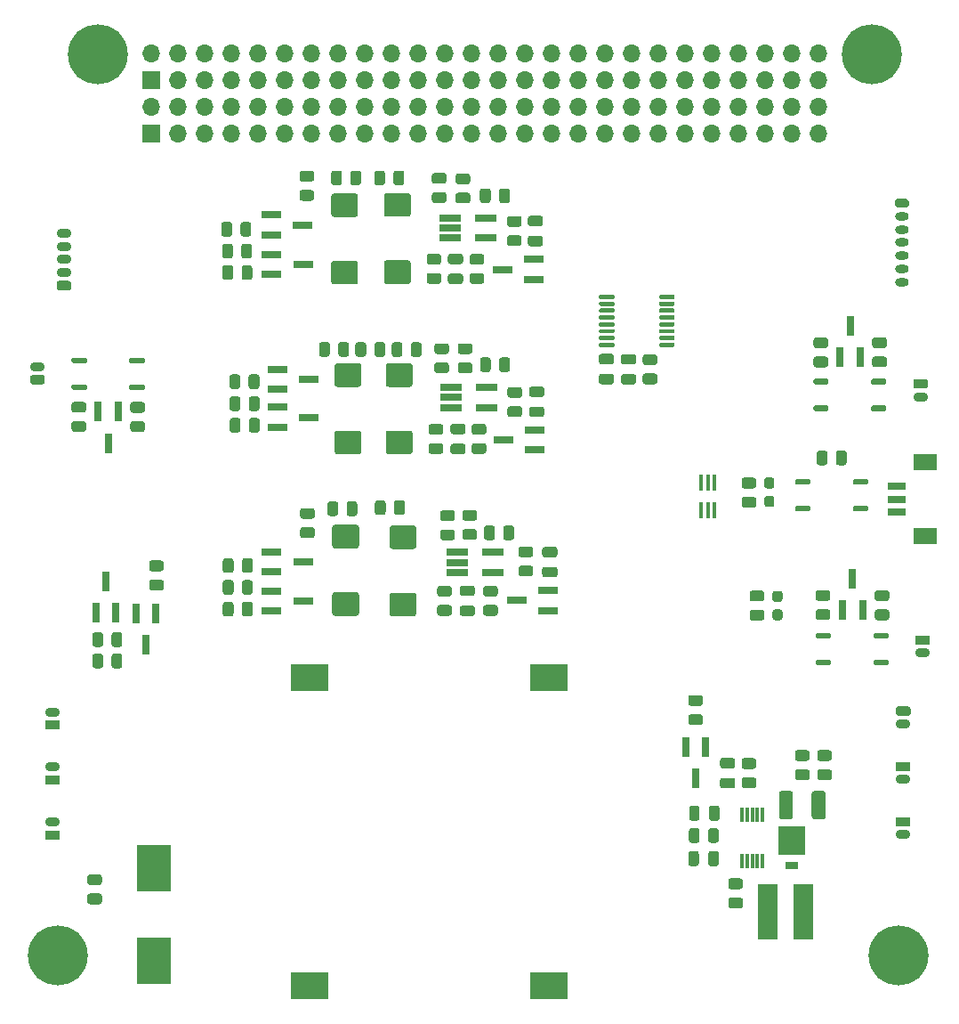
<source format=gbr>
%TF.GenerationSoftware,KiCad,Pcbnew,(5.1.10)-1*%
%TF.CreationDate,2021-11-07T17:42:01-06:00*%
%TF.ProjectId,RADSAT-SK Timer,52414453-4154-42d5-934b-2054696d6572,rev?*%
%TF.SameCoordinates,PX7735940PY2faf080*%
%TF.FileFunction,Soldermask,Top*%
%TF.FilePolarity,Negative*%
%FSLAX46Y46*%
G04 Gerber Fmt 4.6, Leading zero omitted, Abs format (unit mm)*
G04 Created by KiCad (PCBNEW (5.1.10)-1) date 2021-11-07 17:42:01*
%MOMM*%
%LPD*%
G01*
G04 APERTURE LIST*
%ADD10R,1.900000X5.300000*%
%ADD11R,0.400000X1.500000*%
%ADD12R,1.900000X0.800000*%
%ADD13R,2.000000X0.650000*%
%ADD14R,0.800000X1.900000*%
%ADD15R,3.600000X2.600000*%
%ADD16R,1.800000X0.700000*%
%ADD17R,2.200000X1.600000*%
%ADD18R,3.300000X4.500000*%
%ADD19R,2.540000X2.670000*%
%ADD20R,1.270000X0.762000*%
%ADD21R,0.300000X1.400000*%
%ADD22C,5.700000*%
%ADD23C,3.600000*%
%ADD24O,1.700000X1.700000*%
%ADD25R,1.700000X1.700000*%
%ADD26O,1.400000X0.900000*%
%ADD27R,1.400000X0.900000*%
%ADD28O,1.300000X0.800000*%
G04 APERTURE END LIST*
D10*
%TO.C,L201*%
X-14158000Y-86652000D03*
X-17558000Y-86652000D03*
%TD*%
%TO.C,D205*%
G36*
G01*
X-16386500Y-57170000D02*
X-16861500Y-57170000D01*
G75*
G02*
X-17099000Y-56932500I0J237500D01*
G01*
X-17099000Y-56357500D01*
G75*
G02*
X-16861500Y-56120000I237500J0D01*
G01*
X-16386500Y-56120000D01*
G75*
G02*
X-16149000Y-56357500I0J-237500D01*
G01*
X-16149000Y-56932500D01*
G75*
G02*
X-16386500Y-57170000I-237500J0D01*
G01*
G37*
G36*
G01*
X-16386500Y-58920000D02*
X-16861500Y-58920000D01*
G75*
G02*
X-17099000Y-58682500I0J237500D01*
G01*
X-17099000Y-58107500D01*
G75*
G02*
X-16861500Y-57870000I237500J0D01*
G01*
X-16386500Y-57870000D01*
G75*
G02*
X-16149000Y-58107500I0J-237500D01*
G01*
X-16149000Y-58682500D01*
G75*
G02*
X-16386500Y-58920000I-237500J0D01*
G01*
G37*
%TD*%
%TO.C,R217*%
G36*
G01*
X-19024001Y-57920000D02*
X-18123999Y-57920000D01*
G75*
G02*
X-17874000Y-58169999I0J-249999D01*
G01*
X-17874000Y-58695001D01*
G75*
G02*
X-18123999Y-58945000I-249999J0D01*
G01*
X-19024001Y-58945000D01*
G75*
G02*
X-19274000Y-58695001I0J249999D01*
G01*
X-19274000Y-58169999D01*
G75*
G02*
X-19024001Y-57920000I249999J0D01*
G01*
G37*
G36*
G01*
X-19024001Y-56095000D02*
X-18123999Y-56095000D01*
G75*
G02*
X-17874000Y-56344999I0J-249999D01*
G01*
X-17874000Y-56870001D01*
G75*
G02*
X-18123999Y-57120000I-249999J0D01*
G01*
X-19024001Y-57120000D01*
G75*
G02*
X-19274000Y-56870001I0J249999D01*
G01*
X-19274000Y-56344999D01*
G75*
G02*
X-19024001Y-56095000I249999J0D01*
G01*
G37*
%TD*%
%TO.C,R214*%
G36*
G01*
X-6457119Y-33028160D02*
X-7357121Y-33028160D01*
G75*
G02*
X-7607120Y-32778161I0J249999D01*
G01*
X-7607120Y-32253159D01*
G75*
G02*
X-7357121Y-32003160I249999J0D01*
G01*
X-6457119Y-32003160D01*
G75*
G02*
X-6207120Y-32253159I0J-249999D01*
G01*
X-6207120Y-32778161D01*
G75*
G02*
X-6457119Y-33028160I-249999J0D01*
G01*
G37*
G36*
G01*
X-6457119Y-34853160D02*
X-7357121Y-34853160D01*
G75*
G02*
X-7607120Y-34603161I0J249999D01*
G01*
X-7607120Y-34078159D01*
G75*
G02*
X-7357121Y-33828160I249999J0D01*
G01*
X-6457119Y-33828160D01*
G75*
G02*
X-6207120Y-34078159I0J-249999D01*
G01*
X-6207120Y-34603161D01*
G75*
G02*
X-6457119Y-34853160I-249999J0D01*
G01*
G37*
%TD*%
D11*
%TO.C,D204*%
X-23894999Y-45812999D03*
X-23244999Y-45812999D03*
X-22594999Y-45812999D03*
X-22594999Y-48472999D03*
X-23244999Y-48472999D03*
X-23894999Y-48472999D03*
%TD*%
%TO.C,C102*%
G36*
G01*
X-53822061Y-24690824D02*
X-51772059Y-24690824D01*
G75*
G02*
X-51522060Y-24940823I0J-249999D01*
G01*
X-51522060Y-26690825D01*
G75*
G02*
X-51772059Y-26940824I-249999J0D01*
G01*
X-53822061Y-26940824D01*
G75*
G02*
X-54072060Y-26690825I0J249999D01*
G01*
X-54072060Y-24940823D01*
G75*
G02*
X-53822061Y-24690824I249999J0D01*
G01*
G37*
G36*
G01*
X-53822061Y-18290824D02*
X-51772059Y-18290824D01*
G75*
G02*
X-51522060Y-18540823I0J-249999D01*
G01*
X-51522060Y-20290825D01*
G75*
G02*
X-51772059Y-20540824I-249999J0D01*
G01*
X-53822061Y-20540824D01*
G75*
G02*
X-54072060Y-20290825I0J249999D01*
G01*
X-54072060Y-18540823D01*
G75*
G02*
X-53822061Y-18290824I249999J0D01*
G01*
G37*
%TD*%
%TO.C,C101*%
G36*
G01*
X-58839001Y-24725000D02*
X-56788999Y-24725000D01*
G75*
G02*
X-56539000Y-24974999I0J-249999D01*
G01*
X-56539000Y-26725001D01*
G75*
G02*
X-56788999Y-26975000I-249999J0D01*
G01*
X-58839001Y-26975000D01*
G75*
G02*
X-59089000Y-26725001I0J249999D01*
G01*
X-59089000Y-24974999D01*
G75*
G02*
X-58839001Y-24725000I249999J0D01*
G01*
G37*
G36*
G01*
X-58839001Y-18325000D02*
X-56788999Y-18325000D01*
G75*
G02*
X-56539000Y-18574999I0J-249999D01*
G01*
X-56539000Y-20325001D01*
G75*
G02*
X-56788999Y-20575000I-249999J0D01*
G01*
X-58839001Y-20575000D01*
G75*
G02*
X-59089000Y-20325001I0J249999D01*
G01*
X-59089000Y-18574999D01*
G75*
G02*
X-58839001Y-18325000I249999J0D01*
G01*
G37*
%TD*%
%TO.C,R103*%
G36*
G01*
X-68528600Y-21284799D02*
X-68528600Y-22184801D01*
G75*
G02*
X-68778599Y-22434800I-249999J0D01*
G01*
X-69303601Y-22434800D01*
G75*
G02*
X-69553600Y-22184801I0J249999D01*
G01*
X-69553600Y-21284799D01*
G75*
G02*
X-69303601Y-21034800I249999J0D01*
G01*
X-68778599Y-21034800D01*
G75*
G02*
X-68528600Y-21284799I0J-249999D01*
G01*
G37*
G36*
G01*
X-66703600Y-21284799D02*
X-66703600Y-22184801D01*
G75*
G02*
X-66953599Y-22434800I-249999J0D01*
G01*
X-67478601Y-22434800D01*
G75*
G02*
X-67728600Y-22184801I0J249999D01*
G01*
X-67728600Y-21284799D01*
G75*
G02*
X-67478601Y-21034800I249999J0D01*
G01*
X-66953599Y-21034800D01*
G75*
G02*
X-66703600Y-21284799I0J-249999D01*
G01*
G37*
%TD*%
%TO.C,C104*%
G36*
G01*
X-40139000Y-22350000D02*
X-39189000Y-22350000D01*
G75*
G02*
X-38939000Y-22600000I0J-250000D01*
G01*
X-38939000Y-23100000D01*
G75*
G02*
X-39189000Y-23350000I-250000J0D01*
G01*
X-40139000Y-23350000D01*
G75*
G02*
X-40389000Y-23100000I0J250000D01*
G01*
X-40389000Y-22600000D01*
G75*
G02*
X-40139000Y-22350000I250000J0D01*
G01*
G37*
G36*
G01*
X-40139000Y-20450000D02*
X-39189000Y-20450000D01*
G75*
G02*
X-38939000Y-20700000I0J-250000D01*
G01*
X-38939000Y-21200000D01*
G75*
G02*
X-39189000Y-21450000I-250000J0D01*
G01*
X-40139000Y-21450000D01*
G75*
G02*
X-40389000Y-21200000I0J250000D01*
G01*
X-40389000Y-20700000D01*
G75*
G02*
X-40139000Y-20450000I250000J0D01*
G01*
G37*
%TD*%
%TO.C,R105*%
G36*
G01*
X-57264000Y-17300001D02*
X-57264000Y-16399999D01*
G75*
G02*
X-57014001Y-16150000I249999J0D01*
G01*
X-56488999Y-16150000D01*
G75*
G02*
X-56239000Y-16399999I0J-249999D01*
G01*
X-56239000Y-17300001D01*
G75*
G02*
X-56488999Y-17550000I-249999J0D01*
G01*
X-57014001Y-17550000D01*
G75*
G02*
X-57264000Y-17300001I0J249999D01*
G01*
G37*
G36*
G01*
X-59089000Y-17300001D02*
X-59089000Y-16399999D01*
G75*
G02*
X-58839001Y-16150000I249999J0D01*
G01*
X-58313999Y-16150000D01*
G75*
G02*
X-58064000Y-16399999I0J-249999D01*
G01*
X-58064000Y-17300001D01*
G75*
G02*
X-58313999Y-17550000I-249999J0D01*
G01*
X-58839001Y-17550000D01*
G75*
G02*
X-59089000Y-17300001I0J249999D01*
G01*
G37*
%TD*%
%TO.C,R102*%
G36*
G01*
X-68461160Y-23358423D02*
X-68461160Y-24258425D01*
G75*
G02*
X-68711159Y-24508424I-249999J0D01*
G01*
X-69236161Y-24508424D01*
G75*
G02*
X-69486160Y-24258425I0J249999D01*
G01*
X-69486160Y-23358423D01*
G75*
G02*
X-69236161Y-23108424I249999J0D01*
G01*
X-68711159Y-23108424D01*
G75*
G02*
X-68461160Y-23358423I0J-249999D01*
G01*
G37*
G36*
G01*
X-66636160Y-23358423D02*
X-66636160Y-24258425D01*
G75*
G02*
X-66886159Y-24508424I-249999J0D01*
G01*
X-67411161Y-24508424D01*
G75*
G02*
X-67661160Y-24258425I0J249999D01*
G01*
X-67661160Y-23358423D01*
G75*
G02*
X-67411161Y-23108424I249999J0D01*
G01*
X-66886159Y-23108424D01*
G75*
G02*
X-66636160Y-23358423I0J-249999D01*
G01*
G37*
%TD*%
%TO.C,R101*%
G36*
G01*
X-67627000Y-26299601D02*
X-67627000Y-25399599D01*
G75*
G02*
X-67377001Y-25149600I249999J0D01*
G01*
X-66851999Y-25149600D01*
G75*
G02*
X-66602000Y-25399599I0J-249999D01*
G01*
X-66602000Y-26299601D01*
G75*
G02*
X-66851999Y-26549600I-249999J0D01*
G01*
X-67377001Y-26549600D01*
G75*
G02*
X-67627000Y-26299601I0J249999D01*
G01*
G37*
G36*
G01*
X-69452000Y-26299601D02*
X-69452000Y-25399599D01*
G75*
G02*
X-69202001Y-25149600I249999J0D01*
G01*
X-68676999Y-25149600D01*
G75*
G02*
X-68427000Y-25399599I0J-249999D01*
G01*
X-68427000Y-26299601D01*
G75*
G02*
X-68676999Y-26549600I-249999J0D01*
G01*
X-69202001Y-26549600D01*
G75*
G02*
X-69452000Y-26299601I0J249999D01*
G01*
G37*
%TD*%
%TO.C,R104*%
G36*
G01*
X-60963999Y-17200000D02*
X-61864001Y-17200000D01*
G75*
G02*
X-62114000Y-16950001I0J249999D01*
G01*
X-62114000Y-16424999D01*
G75*
G02*
X-61864001Y-16175000I249999J0D01*
G01*
X-60963999Y-16175000D01*
G75*
G02*
X-60714000Y-16424999I0J-249999D01*
G01*
X-60714000Y-16950001D01*
G75*
G02*
X-60963999Y-17200000I-249999J0D01*
G01*
G37*
G36*
G01*
X-60963999Y-19025000D02*
X-61864001Y-19025000D01*
G75*
G02*
X-62114000Y-18775001I0J249999D01*
G01*
X-62114000Y-18249999D01*
G75*
G02*
X-61864001Y-18000000I249999J0D01*
G01*
X-60963999Y-18000000D01*
G75*
G02*
X-60714000Y-18249999I0J-249999D01*
G01*
X-60714000Y-18775001D01*
G75*
G02*
X-60963999Y-19025000I-249999J0D01*
G01*
G37*
%TD*%
%TO.C,C103*%
G36*
G01*
X-47739000Y-25950000D02*
X-46789000Y-25950000D01*
G75*
G02*
X-46539000Y-26200000I0J-250000D01*
G01*
X-46539000Y-26700000D01*
G75*
G02*
X-46789000Y-26950000I-250000J0D01*
G01*
X-47739000Y-26950000D01*
G75*
G02*
X-47989000Y-26700000I0J250000D01*
G01*
X-47989000Y-26200000D01*
G75*
G02*
X-47739000Y-25950000I250000J0D01*
G01*
G37*
G36*
G01*
X-47739000Y-24050000D02*
X-46789000Y-24050000D01*
G75*
G02*
X-46539000Y-24300000I0J-250000D01*
G01*
X-46539000Y-24800000D01*
G75*
G02*
X-46789000Y-25050000I-250000J0D01*
G01*
X-47739000Y-25050000D01*
G75*
G02*
X-47989000Y-24800000I0J250000D01*
G01*
X-47989000Y-24300000D01*
G75*
G02*
X-47739000Y-24050000I250000J0D01*
G01*
G37*
%TD*%
%TO.C,R109*%
G36*
G01*
X-53964000Y-16399999D02*
X-53964000Y-17300001D01*
G75*
G02*
X-54213999Y-17550000I-249999J0D01*
G01*
X-54739001Y-17550000D01*
G75*
G02*
X-54989000Y-17300001I0J249999D01*
G01*
X-54989000Y-16399999D01*
G75*
G02*
X-54739001Y-16150000I249999J0D01*
G01*
X-54213999Y-16150000D01*
G75*
G02*
X-53964000Y-16399999I0J-249999D01*
G01*
G37*
G36*
G01*
X-52139000Y-16399999D02*
X-52139000Y-17300001D01*
G75*
G02*
X-52388999Y-17550000I-249999J0D01*
G01*
X-52914001Y-17550000D01*
G75*
G02*
X-53164000Y-17300001I0J249999D01*
G01*
X-53164000Y-16399999D01*
G75*
G02*
X-52914001Y-16150000I249999J0D01*
G01*
X-52388999Y-16150000D01*
G75*
G02*
X-52139000Y-16399999I0J-249999D01*
G01*
G37*
%TD*%
%TO.C,R108*%
G36*
G01*
X-44763999Y-25100000D02*
X-45664001Y-25100000D01*
G75*
G02*
X-45914000Y-24850001I0J249999D01*
G01*
X-45914000Y-24324999D01*
G75*
G02*
X-45664001Y-24075000I249999J0D01*
G01*
X-44763999Y-24075000D01*
G75*
G02*
X-44514000Y-24324999I0J-249999D01*
G01*
X-44514000Y-24850001D01*
G75*
G02*
X-44763999Y-25100000I-249999J0D01*
G01*
G37*
G36*
G01*
X-44763999Y-26925000D02*
X-45664001Y-26925000D01*
G75*
G02*
X-45914000Y-26675001I0J249999D01*
G01*
X-45914000Y-26149999D01*
G75*
G02*
X-45664001Y-25900000I249999J0D01*
G01*
X-44763999Y-25900000D01*
G75*
G02*
X-44514000Y-26149999I0J-249999D01*
G01*
X-44514000Y-26675001D01*
G75*
G02*
X-44763999Y-26925000I-249999J0D01*
G01*
G37*
%TD*%
%TO.C,R112*%
G36*
G01*
X-43914000Y-18099999D02*
X-43914000Y-19000001D01*
G75*
G02*
X-44163999Y-19250000I-249999J0D01*
G01*
X-44689001Y-19250000D01*
G75*
G02*
X-44939000Y-19000001I0J249999D01*
G01*
X-44939000Y-18099999D01*
G75*
G02*
X-44689001Y-17850000I249999J0D01*
G01*
X-44163999Y-17850000D01*
G75*
G02*
X-43914000Y-18099999I0J-249999D01*
G01*
G37*
G36*
G01*
X-42089000Y-18099999D02*
X-42089000Y-19000001D01*
G75*
G02*
X-42338999Y-19250000I-249999J0D01*
G01*
X-42864001Y-19250000D01*
G75*
G02*
X-43114000Y-19000001I0J249999D01*
G01*
X-43114000Y-18099999D01*
G75*
G02*
X-42864001Y-17850000I249999J0D01*
G01*
X-42338999Y-17850000D01*
G75*
G02*
X-42089000Y-18099999I0J-249999D01*
G01*
G37*
%TD*%
%TO.C,R107*%
G36*
G01*
X-49764001Y-25887500D02*
X-48863999Y-25887500D01*
G75*
G02*
X-48614000Y-26137499I0J-249999D01*
G01*
X-48614000Y-26662501D01*
G75*
G02*
X-48863999Y-26912500I-249999J0D01*
G01*
X-49764001Y-26912500D01*
G75*
G02*
X-50014000Y-26662501I0J249999D01*
G01*
X-50014000Y-26137499D01*
G75*
G02*
X-49764001Y-25887500I249999J0D01*
G01*
G37*
G36*
G01*
X-49764001Y-24062500D02*
X-48863999Y-24062500D01*
G75*
G02*
X-48614000Y-24312499I0J-249999D01*
G01*
X-48614000Y-24837501D01*
G75*
G02*
X-48863999Y-25087500I-249999J0D01*
G01*
X-49764001Y-25087500D01*
G75*
G02*
X-50014000Y-24837501I0J249999D01*
G01*
X-50014000Y-24312499D01*
G75*
G02*
X-49764001Y-24062500I249999J0D01*
G01*
G37*
%TD*%
%TO.C,R106*%
G36*
G01*
X-47014001Y-18250000D02*
X-46113999Y-18250000D01*
G75*
G02*
X-45864000Y-18499999I0J-249999D01*
G01*
X-45864000Y-19025001D01*
G75*
G02*
X-46113999Y-19275000I-249999J0D01*
G01*
X-47014001Y-19275000D01*
G75*
G02*
X-47264000Y-19025001I0J249999D01*
G01*
X-47264000Y-18499999D01*
G75*
G02*
X-47014001Y-18250000I249999J0D01*
G01*
G37*
G36*
G01*
X-47014001Y-16425000D02*
X-46113999Y-16425000D01*
G75*
G02*
X-45864000Y-16674999I0J-249999D01*
G01*
X-45864000Y-17200001D01*
G75*
G02*
X-46113999Y-17450000I-249999J0D01*
G01*
X-47014001Y-17450000D01*
G75*
G02*
X-47264000Y-17200001I0J249999D01*
G01*
X-47264000Y-16674999D01*
G75*
G02*
X-47014001Y-16425000I249999J0D01*
G01*
G37*
%TD*%
%TO.C,R111*%
G36*
G01*
X-42114001Y-22300000D02*
X-41213999Y-22300000D01*
G75*
G02*
X-40964000Y-22549999I0J-249999D01*
G01*
X-40964000Y-23075001D01*
G75*
G02*
X-41213999Y-23325000I-249999J0D01*
G01*
X-42114001Y-23325000D01*
G75*
G02*
X-42364000Y-23075001I0J249999D01*
G01*
X-42364000Y-22549999D01*
G75*
G02*
X-42114001Y-22300000I249999J0D01*
G01*
G37*
G36*
G01*
X-42114001Y-20475000D02*
X-41213999Y-20475000D01*
G75*
G02*
X-40964000Y-20724999I0J-249999D01*
G01*
X-40964000Y-21250001D01*
G75*
G02*
X-41213999Y-21500000I-249999J0D01*
G01*
X-42114001Y-21500000D01*
G75*
G02*
X-42364000Y-21250001I0J249999D01*
G01*
X-42364000Y-20724999D01*
G75*
G02*
X-42114001Y-20475000I249999J0D01*
G01*
G37*
%TD*%
%TO.C,R110*%
G36*
G01*
X-48363999Y-17400000D02*
X-49264001Y-17400000D01*
G75*
G02*
X-49514000Y-17150001I0J249999D01*
G01*
X-49514000Y-16624999D01*
G75*
G02*
X-49264001Y-16375000I249999J0D01*
G01*
X-48363999Y-16375000D01*
G75*
G02*
X-48114000Y-16624999I0J-249999D01*
G01*
X-48114000Y-17150001D01*
G75*
G02*
X-48363999Y-17400000I-249999J0D01*
G01*
G37*
G36*
G01*
X-48363999Y-19225000D02*
X-49264001Y-19225000D01*
G75*
G02*
X-49514000Y-18975001I0J249999D01*
G01*
X-49514000Y-18449999D01*
G75*
G02*
X-49264001Y-18200000I249999J0D01*
G01*
X-48363999Y-18200000D01*
G75*
G02*
X-48114000Y-18449999I0J-249999D01*
G01*
X-48114000Y-18975001D01*
G75*
G02*
X-48363999Y-19225000I-249999J0D01*
G01*
G37*
%TD*%
D12*
%TO.C,Q107*%
X-42814000Y-25550000D03*
X-39814000Y-24600000D03*
X-39814000Y-26500000D03*
%TD*%
%TO.C,Q104*%
X-61795060Y-21317824D03*
X-64795060Y-22267824D03*
X-64795060Y-20367824D03*
%TD*%
D13*
%TO.C,U101*%
X-44354000Y-20650000D03*
X-44354000Y-22550000D03*
X-47774000Y-22550000D03*
X-47774000Y-21600000D03*
X-47774000Y-20650000D03*
%TD*%
D12*
%TO.C,Q101*%
X-61777200Y-25062200D03*
X-64777200Y-26012200D03*
X-64777200Y-24112200D03*
%TD*%
%TO.C,R221*%
G36*
G01*
X-80799500Y-62325999D02*
X-80799500Y-63226001D01*
G75*
G02*
X-81049499Y-63476000I-249999J0D01*
G01*
X-81574501Y-63476000D01*
G75*
G02*
X-81824500Y-63226001I0J249999D01*
G01*
X-81824500Y-62325999D01*
G75*
G02*
X-81574501Y-62076000I249999J0D01*
G01*
X-81049499Y-62076000D01*
G75*
G02*
X-80799500Y-62325999I0J-249999D01*
G01*
G37*
G36*
G01*
X-78974500Y-62325999D02*
X-78974500Y-63226001D01*
G75*
G02*
X-79224499Y-63476000I-249999J0D01*
G01*
X-79749501Y-63476000D01*
G75*
G02*
X-79999500Y-63226001I0J249999D01*
G01*
X-79999500Y-62325999D01*
G75*
G02*
X-79749501Y-62076000I249999J0D01*
G01*
X-79224499Y-62076000D01*
G75*
G02*
X-78974500Y-62325999I0J-249999D01*
G01*
G37*
%TD*%
%TO.C,R220*%
G36*
G01*
X-75273999Y-54248000D02*
X-76174001Y-54248000D01*
G75*
G02*
X-76424000Y-53998001I0J249999D01*
G01*
X-76424000Y-53472999D01*
G75*
G02*
X-76174001Y-53223000I249999J0D01*
G01*
X-75273999Y-53223000D01*
G75*
G02*
X-75024000Y-53472999I0J-249999D01*
G01*
X-75024000Y-53998001D01*
G75*
G02*
X-75273999Y-54248000I-249999J0D01*
G01*
G37*
G36*
G01*
X-75273999Y-56073000D02*
X-76174001Y-56073000D01*
G75*
G02*
X-76424000Y-55823001I0J249999D01*
G01*
X-76424000Y-55297999D01*
G75*
G02*
X-76174001Y-55048000I249999J0D01*
G01*
X-75273999Y-55048000D01*
G75*
G02*
X-75024000Y-55297999I0J-249999D01*
G01*
X-75024000Y-55823001D01*
G75*
G02*
X-75273999Y-56073000I-249999J0D01*
G01*
G37*
%TD*%
D14*
%TO.C,Q207*%
X-76740000Y-61228000D03*
X-77690000Y-58228000D03*
X-75790000Y-58228000D03*
%TD*%
%TO.C,C107*%
G36*
G01*
X-53647941Y-40872400D02*
X-51597939Y-40872400D01*
G75*
G02*
X-51347940Y-41122399I0J-249999D01*
G01*
X-51347940Y-42872401D01*
G75*
G02*
X-51597939Y-43122400I-249999J0D01*
G01*
X-53647941Y-43122400D01*
G75*
G02*
X-53897940Y-42872401I0J249999D01*
G01*
X-53897940Y-41122399D01*
G75*
G02*
X-53647941Y-40872400I249999J0D01*
G01*
G37*
G36*
G01*
X-53647941Y-34472400D02*
X-51597939Y-34472400D01*
G75*
G02*
X-51347940Y-34722399I0J-249999D01*
G01*
X-51347940Y-36472401D01*
G75*
G02*
X-51597939Y-36722400I-249999J0D01*
G01*
X-53647941Y-36722400D01*
G75*
G02*
X-53897940Y-36472401I0J249999D01*
G01*
X-53897940Y-34722399D01*
G75*
G02*
X-53647941Y-34472400I249999J0D01*
G01*
G37*
%TD*%
%TO.C,R137*%
G36*
G01*
X-28301999Y-36473000D02*
X-29202001Y-36473000D01*
G75*
G02*
X-29452000Y-36223001I0J249999D01*
G01*
X-29452000Y-35697999D01*
G75*
G02*
X-29202001Y-35448000I249999J0D01*
G01*
X-28301999Y-35448000D01*
G75*
G02*
X-28052000Y-35697999I0J-249999D01*
G01*
X-28052000Y-36223001D01*
G75*
G02*
X-28301999Y-36473000I-249999J0D01*
G01*
G37*
G36*
G01*
X-28301999Y-34648000D02*
X-29202001Y-34648000D01*
G75*
G02*
X-29452000Y-34398001I0J249999D01*
G01*
X-29452000Y-33872999D01*
G75*
G02*
X-29202001Y-33623000I249999J0D01*
G01*
X-28301999Y-33623000D01*
G75*
G02*
X-28052000Y-33872999I0J-249999D01*
G01*
X-28052000Y-34398001D01*
G75*
G02*
X-28301999Y-34648000I-249999J0D01*
G01*
G37*
%TD*%
%TO.C,C114*%
G36*
G01*
X-33377000Y-33578000D02*
X-32427000Y-33578000D01*
G75*
G02*
X-32177000Y-33828000I0J-250000D01*
G01*
X-32177000Y-34328000D01*
G75*
G02*
X-32427000Y-34578000I-250000J0D01*
G01*
X-33377000Y-34578000D01*
G75*
G02*
X-33627000Y-34328000I0J250000D01*
G01*
X-33627000Y-33828000D01*
G75*
G02*
X-33377000Y-33578000I250000J0D01*
G01*
G37*
G36*
G01*
X-33377000Y-35478000D02*
X-32427000Y-35478000D01*
G75*
G02*
X-32177000Y-35728000I0J-250000D01*
G01*
X-32177000Y-36228000D01*
G75*
G02*
X-32427000Y-36478000I-250000J0D01*
G01*
X-33377000Y-36478000D01*
G75*
G02*
X-33627000Y-36228000I0J250000D01*
G01*
X-33627000Y-35728000D01*
G75*
G02*
X-33377000Y-35478000I250000J0D01*
G01*
G37*
%TD*%
%TO.C,C113*%
G36*
G01*
X-31267000Y-33588000D02*
X-30317000Y-33588000D01*
G75*
G02*
X-30067000Y-33838000I0J-250000D01*
G01*
X-30067000Y-34338000D01*
G75*
G02*
X-30317000Y-34588000I-250000J0D01*
G01*
X-31267000Y-34588000D01*
G75*
G02*
X-31517000Y-34338000I0J250000D01*
G01*
X-31517000Y-33838000D01*
G75*
G02*
X-31267000Y-33588000I250000J0D01*
G01*
G37*
G36*
G01*
X-31267000Y-35488000D02*
X-30317000Y-35488000D01*
G75*
G02*
X-30067000Y-35738000I0J-250000D01*
G01*
X-30067000Y-36238000D01*
G75*
G02*
X-30317000Y-36488000I-250000J0D01*
G01*
X-31267000Y-36488000D01*
G75*
G02*
X-31517000Y-36238000I0J250000D01*
G01*
X-31517000Y-35738000D01*
G75*
G02*
X-31267000Y-35488000I250000J0D01*
G01*
G37*
%TD*%
D15*
%TO.C,BT201*%
X-61169800Y-64331200D03*
X-61169800Y-93631200D03*
%TD*%
%TO.C,BT202*%
X-38386000Y-64379820D03*
X-38386000Y-93679820D03*
%TD*%
D16*
%TO.C,J203*%
X-5292000Y-46150000D03*
X-5292000Y-47400000D03*
X-5292000Y-48650000D03*
D17*
X-2592000Y-50900000D03*
X-2592000Y-43900000D03*
%TD*%
%TO.C,R209*%
G36*
G01*
X-19786001Y-47174000D02*
X-18885999Y-47174000D01*
G75*
G02*
X-18636000Y-47423999I0J-249999D01*
G01*
X-18636000Y-47949001D01*
G75*
G02*
X-18885999Y-48199000I-249999J0D01*
G01*
X-19786001Y-48199000D01*
G75*
G02*
X-20036000Y-47949001I0J249999D01*
G01*
X-20036000Y-47423999D01*
G75*
G02*
X-19786001Y-47174000I249999J0D01*
G01*
G37*
G36*
G01*
X-19786001Y-45349000D02*
X-18885999Y-45349000D01*
G75*
G02*
X-18636000Y-45598999I0J-249999D01*
G01*
X-18636000Y-46124001D01*
G75*
G02*
X-18885999Y-46374000I-249999J0D01*
G01*
X-19786001Y-46374000D01*
G75*
G02*
X-20036000Y-46124001I0J249999D01*
G01*
X-20036000Y-45598999D01*
G75*
G02*
X-19786001Y-45349000I249999J0D01*
G01*
G37*
%TD*%
%TO.C,D206*%
G36*
G01*
X-17160500Y-46386000D02*
X-17635500Y-46386000D01*
G75*
G02*
X-17873000Y-46148500I0J237500D01*
G01*
X-17873000Y-45573500D01*
G75*
G02*
X-17635500Y-45336000I237500J0D01*
G01*
X-17160500Y-45336000D01*
G75*
G02*
X-16923000Y-45573500I0J-237500D01*
G01*
X-16923000Y-46148500D01*
G75*
G02*
X-17160500Y-46386000I-237500J0D01*
G01*
G37*
G36*
G01*
X-17160500Y-48136000D02*
X-17635500Y-48136000D01*
G75*
G02*
X-17873000Y-47898500I0J237500D01*
G01*
X-17873000Y-47323500D01*
G75*
G02*
X-17635500Y-47086000I237500J0D01*
G01*
X-17160500Y-47086000D01*
G75*
G02*
X-16923000Y-47323500I0J-237500D01*
G01*
X-16923000Y-47898500D01*
G75*
G02*
X-17160500Y-48136000I-237500J0D01*
G01*
G37*
%TD*%
D18*
%TO.C,D201*%
X-75978000Y-91306000D03*
X-75978000Y-82506000D03*
%TD*%
%TO.C,C108*%
G36*
G01*
X-53289801Y-56290600D02*
X-51239799Y-56290600D01*
G75*
G02*
X-50989800Y-56540599I0J-249999D01*
G01*
X-50989800Y-58290601D01*
G75*
G02*
X-51239799Y-58540600I-249999J0D01*
G01*
X-53289801Y-58540600D01*
G75*
G02*
X-53539800Y-58290601I0J249999D01*
G01*
X-53539800Y-56540599D01*
G75*
G02*
X-53289801Y-56290600I249999J0D01*
G01*
G37*
G36*
G01*
X-53289801Y-49890600D02*
X-51239799Y-49890600D01*
G75*
G02*
X-50989800Y-50140599I0J-249999D01*
G01*
X-50989800Y-51890601D01*
G75*
G02*
X-51239799Y-52140600I-249999J0D01*
G01*
X-53289801Y-52140600D01*
G75*
G02*
X-53539800Y-51890601I0J249999D01*
G01*
X-53539800Y-50140599D01*
G75*
G02*
X-53289801Y-49890600I249999J0D01*
G01*
G37*
%TD*%
%TO.C,C106*%
G36*
G01*
X-58750801Y-56239800D02*
X-56700799Y-56239800D01*
G75*
G02*
X-56450800Y-56489799I0J-249999D01*
G01*
X-56450800Y-58239801D01*
G75*
G02*
X-56700799Y-58489800I-249999J0D01*
G01*
X-58750801Y-58489800D01*
G75*
G02*
X-59000800Y-58239801I0J249999D01*
G01*
X-59000800Y-56489799D01*
G75*
G02*
X-58750801Y-56239800I249999J0D01*
G01*
G37*
G36*
G01*
X-58750801Y-49839800D02*
X-56700799Y-49839800D01*
G75*
G02*
X-56450800Y-50089799I0J-249999D01*
G01*
X-56450800Y-51839801D01*
G75*
G02*
X-56700799Y-52089800I-249999J0D01*
G01*
X-58750801Y-52089800D01*
G75*
G02*
X-59000800Y-51839801I0J249999D01*
G01*
X-59000800Y-50089799D01*
G75*
G02*
X-58750801Y-49839800I249999J0D01*
G01*
G37*
%TD*%
%TO.C,C105*%
G36*
G01*
X-58524741Y-40872800D02*
X-56474739Y-40872800D01*
G75*
G02*
X-56224740Y-41122799I0J-249999D01*
G01*
X-56224740Y-42872801D01*
G75*
G02*
X-56474739Y-43122800I-249999J0D01*
G01*
X-58524741Y-43122800D01*
G75*
G02*
X-58774740Y-42872801I0J249999D01*
G01*
X-58774740Y-41122799D01*
G75*
G02*
X-58524741Y-40872800I249999J0D01*
G01*
G37*
G36*
G01*
X-58524741Y-34472800D02*
X-56474739Y-34472800D01*
G75*
G02*
X-56224740Y-34722799I0J-249999D01*
G01*
X-56224740Y-36472801D01*
G75*
G02*
X-56474739Y-36722800I-249999J0D01*
G01*
X-58524741Y-36722800D01*
G75*
G02*
X-58774740Y-36472801I0J249999D01*
G01*
X-58774740Y-34722799D01*
G75*
G02*
X-58524741Y-34472800I249999J0D01*
G01*
G37*
%TD*%
%TO.C,U260*%
G36*
G01*
X-82350100Y-36609980D02*
X-82350100Y-36884980D01*
G75*
G02*
X-82487600Y-37022480I-137500J0D01*
G01*
X-83662600Y-37022480D01*
G75*
G02*
X-83800100Y-36884980I0J137500D01*
G01*
X-83800100Y-36609980D01*
G75*
G02*
X-83662600Y-36472480I137500J0D01*
G01*
X-82487600Y-36472480D01*
G75*
G02*
X-82350100Y-36609980I0J-137500D01*
G01*
G37*
G36*
G01*
X-82350100Y-34069980D02*
X-82350100Y-34344980D01*
G75*
G02*
X-82487600Y-34482480I-137500J0D01*
G01*
X-83662600Y-34482480D01*
G75*
G02*
X-83800100Y-34344980I0J137500D01*
G01*
X-83800100Y-34069980D01*
G75*
G02*
X-83662600Y-33932480I137500J0D01*
G01*
X-82487600Y-33932480D01*
G75*
G02*
X-82350100Y-34069980I0J-137500D01*
G01*
G37*
G36*
G01*
X-76850100Y-34069980D02*
X-76850100Y-34344980D01*
G75*
G02*
X-76987600Y-34482480I-137500J0D01*
G01*
X-78162600Y-34482480D01*
G75*
G02*
X-78300100Y-34344980I0J137500D01*
G01*
X-78300100Y-34069980D01*
G75*
G02*
X-78162600Y-33932480I137500J0D01*
G01*
X-76987600Y-33932480D01*
G75*
G02*
X-76850100Y-34069980I0J-137500D01*
G01*
G37*
G36*
G01*
X-76850100Y-36609980D02*
X-76850100Y-36884980D01*
G75*
G02*
X-76987600Y-37022480I-137500J0D01*
G01*
X-78162600Y-37022480D01*
G75*
G02*
X-78300100Y-36884980I0J137500D01*
G01*
X-78300100Y-36609980D01*
G75*
G02*
X-78162600Y-36472480I137500J0D01*
G01*
X-76987600Y-36472480D01*
G75*
G02*
X-76850100Y-36609980I0J-137500D01*
G01*
G37*
%TD*%
%TO.C,U250*%
G36*
G01*
X-7711680Y-36354580D02*
X-7711680Y-36079580D01*
G75*
G02*
X-7574180Y-35942080I137500J0D01*
G01*
X-6399180Y-35942080D01*
G75*
G02*
X-6261680Y-36079580I0J-137500D01*
G01*
X-6261680Y-36354580D01*
G75*
G02*
X-6399180Y-36492080I-137500J0D01*
G01*
X-7574180Y-36492080D01*
G75*
G02*
X-7711680Y-36354580I0J137500D01*
G01*
G37*
G36*
G01*
X-7711680Y-38894580D02*
X-7711680Y-38619580D01*
G75*
G02*
X-7574180Y-38482080I137500J0D01*
G01*
X-6399180Y-38482080D01*
G75*
G02*
X-6261680Y-38619580I0J-137500D01*
G01*
X-6261680Y-38894580D01*
G75*
G02*
X-6399180Y-39032080I-137500J0D01*
G01*
X-7574180Y-39032080D01*
G75*
G02*
X-7711680Y-38894580I0J137500D01*
G01*
G37*
G36*
G01*
X-13211680Y-38894580D02*
X-13211680Y-38619580D01*
G75*
G02*
X-13074180Y-38482080I137500J0D01*
G01*
X-11899180Y-38482080D01*
G75*
G02*
X-11761680Y-38619580I0J-137500D01*
G01*
X-11761680Y-38894580D01*
G75*
G02*
X-11899180Y-39032080I-137500J0D01*
G01*
X-13074180Y-39032080D01*
G75*
G02*
X-13211680Y-38894580I0J137500D01*
G01*
G37*
G36*
G01*
X-13211680Y-36354580D02*
X-13211680Y-36079580D01*
G75*
G02*
X-13074180Y-35942080I137500J0D01*
G01*
X-11899180Y-35942080D01*
G75*
G02*
X-11761680Y-36079580I0J-137500D01*
G01*
X-11761680Y-36354580D01*
G75*
G02*
X-11899180Y-36492080I-137500J0D01*
G01*
X-13074180Y-36492080D01*
G75*
G02*
X-13211680Y-36354580I0J137500D01*
G01*
G37*
%TD*%
%TO.C,U240*%
G36*
G01*
X-7471380Y-60519880D02*
X-7471380Y-60244880D01*
G75*
G02*
X-7333880Y-60107380I137500J0D01*
G01*
X-6158880Y-60107380D01*
G75*
G02*
X-6021380Y-60244880I0J-137500D01*
G01*
X-6021380Y-60519880D01*
G75*
G02*
X-6158880Y-60657380I-137500J0D01*
G01*
X-7333880Y-60657380D01*
G75*
G02*
X-7471380Y-60519880I0J137500D01*
G01*
G37*
G36*
G01*
X-7471380Y-63059880D02*
X-7471380Y-62784880D01*
G75*
G02*
X-7333880Y-62647380I137500J0D01*
G01*
X-6158880Y-62647380D01*
G75*
G02*
X-6021380Y-62784880I0J-137500D01*
G01*
X-6021380Y-63059880D01*
G75*
G02*
X-6158880Y-63197380I-137500J0D01*
G01*
X-7333880Y-63197380D01*
G75*
G02*
X-7471380Y-63059880I0J137500D01*
G01*
G37*
G36*
G01*
X-12971380Y-63059880D02*
X-12971380Y-62784880D01*
G75*
G02*
X-12833880Y-62647380I137500J0D01*
G01*
X-11658880Y-62647380D01*
G75*
G02*
X-11521380Y-62784880I0J-137500D01*
G01*
X-11521380Y-63059880D01*
G75*
G02*
X-11658880Y-63197380I-137500J0D01*
G01*
X-12833880Y-63197380D01*
G75*
G02*
X-12971380Y-63059880I0J137500D01*
G01*
G37*
G36*
G01*
X-12971380Y-60519880D02*
X-12971380Y-60244880D01*
G75*
G02*
X-12833880Y-60107380I137500J0D01*
G01*
X-11658880Y-60107380D01*
G75*
G02*
X-11521380Y-60244880I0J-137500D01*
G01*
X-11521380Y-60519880D01*
G75*
G02*
X-11658880Y-60657380I-137500J0D01*
G01*
X-12833880Y-60657380D01*
G75*
G02*
X-12971380Y-60519880I0J137500D01*
G01*
G37*
%TD*%
%TO.C,R216*%
G36*
G01*
X-83564021Y-39969420D02*
X-82664019Y-39969420D01*
G75*
G02*
X-82414020Y-40219419I0J-249999D01*
G01*
X-82414020Y-40744421D01*
G75*
G02*
X-82664019Y-40994420I-249999J0D01*
G01*
X-83564021Y-40994420D01*
G75*
G02*
X-83814020Y-40744421I0J249999D01*
G01*
X-83814020Y-40219419D01*
G75*
G02*
X-83564021Y-39969420I249999J0D01*
G01*
G37*
G36*
G01*
X-83564021Y-38144420D02*
X-82664019Y-38144420D01*
G75*
G02*
X-82414020Y-38394419I0J-249999D01*
G01*
X-82414020Y-38919421D01*
G75*
G02*
X-82664019Y-39169420I-249999J0D01*
G01*
X-83564021Y-39169420D01*
G75*
G02*
X-83814020Y-38919421I0J249999D01*
G01*
X-83814020Y-38394419D01*
G75*
G02*
X-83564021Y-38144420I249999J0D01*
G01*
G37*
%TD*%
%TO.C,R215*%
G36*
G01*
X-77060779Y-39182120D02*
X-77960781Y-39182120D01*
G75*
G02*
X-78210780Y-38932121I0J249999D01*
G01*
X-78210780Y-38407119D01*
G75*
G02*
X-77960781Y-38157120I249999J0D01*
G01*
X-77060779Y-38157120D01*
G75*
G02*
X-76810780Y-38407119I0J-249999D01*
G01*
X-76810780Y-38932121D01*
G75*
G02*
X-77060779Y-39182120I-249999J0D01*
G01*
G37*
G36*
G01*
X-77060779Y-41007120D02*
X-77960781Y-41007120D01*
G75*
G02*
X-78210780Y-40757121I0J249999D01*
G01*
X-78210780Y-40232119D01*
G75*
G02*
X-77960781Y-39982120I249999J0D01*
G01*
X-77060779Y-39982120D01*
G75*
G02*
X-76810780Y-40232119I0J-249999D01*
G01*
X-76810780Y-40757121D01*
G75*
G02*
X-77060779Y-41007120I-249999J0D01*
G01*
G37*
%TD*%
%TO.C,R213*%
G36*
G01*
X-12937501Y-33838320D02*
X-12037499Y-33838320D01*
G75*
G02*
X-11787500Y-34088319I0J-249999D01*
G01*
X-11787500Y-34613321D01*
G75*
G02*
X-12037499Y-34863320I-249999J0D01*
G01*
X-12937501Y-34863320D01*
G75*
G02*
X-13187500Y-34613321I0J249999D01*
G01*
X-13187500Y-34088319D01*
G75*
G02*
X-12937501Y-33838320I249999J0D01*
G01*
G37*
G36*
G01*
X-12937501Y-32013320D02*
X-12037499Y-32013320D01*
G75*
G02*
X-11787500Y-32263319I0J-249999D01*
G01*
X-11787500Y-32788321D01*
G75*
G02*
X-12037499Y-33038320I-249999J0D01*
G01*
X-12937501Y-33038320D01*
G75*
G02*
X-13187500Y-32788321I0J249999D01*
G01*
X-13187500Y-32263319D01*
G75*
G02*
X-12937501Y-32013320I249999J0D01*
G01*
G37*
%TD*%
%TO.C,R212*%
G36*
G01*
X-6224439Y-57084240D02*
X-7124441Y-57084240D01*
G75*
G02*
X-7374440Y-56834241I0J249999D01*
G01*
X-7374440Y-56309239D01*
G75*
G02*
X-7124441Y-56059240I249999J0D01*
G01*
X-6224439Y-56059240D01*
G75*
G02*
X-5974440Y-56309239I0J-249999D01*
G01*
X-5974440Y-56834241D01*
G75*
G02*
X-6224439Y-57084240I-249999J0D01*
G01*
G37*
G36*
G01*
X-6224439Y-58909240D02*
X-7124441Y-58909240D01*
G75*
G02*
X-7374440Y-58659241I0J249999D01*
G01*
X-7374440Y-58134239D01*
G75*
G02*
X-7124441Y-57884240I249999J0D01*
G01*
X-6224439Y-57884240D01*
G75*
G02*
X-5974440Y-58134239I0J-249999D01*
G01*
X-5974440Y-58659241D01*
G75*
G02*
X-6224439Y-58909240I-249999J0D01*
G01*
G37*
%TD*%
%TO.C,R211*%
G36*
G01*
X-12740381Y-57863920D02*
X-11840379Y-57863920D01*
G75*
G02*
X-11590380Y-58113919I0J-249999D01*
G01*
X-11590380Y-58638921D01*
G75*
G02*
X-11840379Y-58888920I-249999J0D01*
G01*
X-12740381Y-58888920D01*
G75*
G02*
X-12990380Y-58638921I0J249999D01*
G01*
X-12990380Y-58113919D01*
G75*
G02*
X-12740381Y-57863920I249999J0D01*
G01*
G37*
G36*
G01*
X-12740381Y-56038920D02*
X-11840379Y-56038920D01*
G75*
G02*
X-11590380Y-56288919I0J-249999D01*
G01*
X-11590380Y-56813921D01*
G75*
G02*
X-11840379Y-57063920I-249999J0D01*
G01*
X-12740381Y-57063920D01*
G75*
G02*
X-12990380Y-56813921I0J249999D01*
G01*
X-12990380Y-56288919D01*
G75*
G02*
X-12740381Y-56038920I249999J0D01*
G01*
G37*
%TD*%
D14*
%TO.C,Q206*%
X-80322560Y-42077800D03*
X-81272560Y-39077800D03*
X-79372560Y-39077800D03*
%TD*%
%TO.C,Q205*%
X-9703660Y-30917240D03*
X-8753660Y-33917240D03*
X-10653660Y-33917240D03*
%TD*%
%TO.C,Q204*%
X-9478600Y-54965700D03*
X-8528600Y-57965700D03*
X-10428600Y-57965700D03*
%TD*%
%TO.C,U230*%
G36*
G01*
X-9437000Y-45895500D02*
X-9437000Y-45620500D01*
G75*
G02*
X-9299500Y-45483000I137500J0D01*
G01*
X-8124500Y-45483000D01*
G75*
G02*
X-7987000Y-45620500I0J-137500D01*
G01*
X-7987000Y-45895500D01*
G75*
G02*
X-8124500Y-46033000I-137500J0D01*
G01*
X-9299500Y-46033000D01*
G75*
G02*
X-9437000Y-45895500I0J137500D01*
G01*
G37*
G36*
G01*
X-9437000Y-48435500D02*
X-9437000Y-48160500D01*
G75*
G02*
X-9299500Y-48023000I137500J0D01*
G01*
X-8124500Y-48023000D01*
G75*
G02*
X-7987000Y-48160500I0J-137500D01*
G01*
X-7987000Y-48435500D01*
G75*
G02*
X-8124500Y-48573000I-137500J0D01*
G01*
X-9299500Y-48573000D01*
G75*
G02*
X-9437000Y-48435500I0J137500D01*
G01*
G37*
G36*
G01*
X-14937000Y-48435500D02*
X-14937000Y-48160500D01*
G75*
G02*
X-14799500Y-48023000I137500J0D01*
G01*
X-13624500Y-48023000D01*
G75*
G02*
X-13487000Y-48160500I0J-137500D01*
G01*
X-13487000Y-48435500D01*
G75*
G02*
X-13624500Y-48573000I-137500J0D01*
G01*
X-14799500Y-48573000D01*
G75*
G02*
X-14937000Y-48435500I0J137500D01*
G01*
G37*
G36*
G01*
X-14937000Y-45895500D02*
X-14937000Y-45620500D01*
G75*
G02*
X-14799500Y-45483000I137500J0D01*
G01*
X-13624500Y-45483000D01*
G75*
G02*
X-13487000Y-45620500I0J-137500D01*
G01*
X-13487000Y-45895500D01*
G75*
G02*
X-13624500Y-46033000I-137500J0D01*
G01*
X-14799500Y-46033000D01*
G75*
G02*
X-14937000Y-45895500I0J137500D01*
G01*
G37*
%TD*%
%TO.C,R210*%
G36*
G01*
X-11862000Y-43021999D02*
X-11862000Y-43922001D01*
G75*
G02*
X-12111999Y-44172000I-249999J0D01*
G01*
X-12637001Y-44172000D01*
G75*
G02*
X-12887000Y-43922001I0J249999D01*
G01*
X-12887000Y-43021999D01*
G75*
G02*
X-12637001Y-42772000I249999J0D01*
G01*
X-12111999Y-42772000D01*
G75*
G02*
X-11862000Y-43021999I0J-249999D01*
G01*
G37*
G36*
G01*
X-10037000Y-43021999D02*
X-10037000Y-43922001D01*
G75*
G02*
X-10286999Y-44172000I-249999J0D01*
G01*
X-10812001Y-44172000D01*
G75*
G02*
X-11062000Y-43922001I0J249999D01*
G01*
X-11062000Y-43021999D01*
G75*
G02*
X-10812001Y-42772000I249999J0D01*
G01*
X-10286999Y-42772000D01*
G75*
G02*
X-10037000Y-43021999I0J-249999D01*
G01*
G37*
%TD*%
D13*
%TO.C,U103*%
X-43704000Y-52450000D03*
X-43704000Y-54350000D03*
X-47124000Y-54350000D03*
X-47124000Y-53400000D03*
X-47124000Y-52450000D03*
%TD*%
%TO.C,U102*%
X-44281000Y-36781000D03*
X-44281000Y-38681000D03*
X-47701000Y-38681000D03*
X-47701000Y-37731000D03*
X-47701000Y-36781000D03*
%TD*%
D14*
%TO.C,Q202*%
X-80550000Y-55180000D03*
X-79600000Y-58180000D03*
X-81500000Y-58180000D03*
%TD*%
%TO.C,Q201*%
X-24416000Y-73952000D03*
X-25366000Y-70952000D03*
X-23466000Y-70952000D03*
%TD*%
D12*
%TO.C,Q109*%
X-41445800Y-57035000D03*
X-38445800Y-56085000D03*
X-38445800Y-57985000D03*
%TD*%
%TO.C,Q108*%
X-42715800Y-41769600D03*
X-39715800Y-40819600D03*
X-39715800Y-42719600D03*
%TD*%
%TO.C,Q106*%
X-61763000Y-53352000D03*
X-64763000Y-54302000D03*
X-64763000Y-52402000D03*
%TD*%
%TO.C,Q105*%
X-61225340Y-36001800D03*
X-64225340Y-36951800D03*
X-64225340Y-35051800D03*
%TD*%
%TO.C,Q103*%
X-61763000Y-57085800D03*
X-64763000Y-58035800D03*
X-64763000Y-56135800D03*
%TD*%
%TO.C,Q102*%
X-61232140Y-39610600D03*
X-64232140Y-40560600D03*
X-64232140Y-38660600D03*
%TD*%
D19*
%TO.C,D203*%
X-15272000Y-79857500D03*
D20*
X-15272000Y-82208500D03*
%TD*%
%TO.C,C208*%
G36*
G01*
X-13356000Y-77592001D02*
X-13356000Y-75391999D01*
G75*
G02*
X-13106001Y-75142000I249999J0D01*
G01*
X-12280999Y-75142000D01*
G75*
G02*
X-12031000Y-75391999I0J-249999D01*
G01*
X-12031000Y-77592001D01*
G75*
G02*
X-12280999Y-77842000I-249999J0D01*
G01*
X-13106001Y-77842000D01*
G75*
G02*
X-13356000Y-77592001I0J249999D01*
G01*
G37*
G36*
G01*
X-16481000Y-77592001D02*
X-16481000Y-75391999D01*
G75*
G02*
X-16231001Y-75142000I249999J0D01*
G01*
X-15405999Y-75142000D01*
G75*
G02*
X-15156000Y-75391999I0J-249999D01*
G01*
X-15156000Y-77592001D01*
G75*
G02*
X-15405999Y-77842000I-249999J0D01*
G01*
X-16231001Y-77842000D01*
G75*
G02*
X-16481000Y-77592001I0J249999D01*
G01*
G37*
%TD*%
%TO.C,R204*%
G36*
G01*
X-24866001Y-66026500D02*
X-23965999Y-66026500D01*
G75*
G02*
X-23716000Y-66276499I0J-249999D01*
G01*
X-23716000Y-66801501D01*
G75*
G02*
X-23965999Y-67051500I-249999J0D01*
G01*
X-24866001Y-67051500D01*
G75*
G02*
X-25116000Y-66801501I0J249999D01*
G01*
X-25116000Y-66276499D01*
G75*
G02*
X-24866001Y-66026500I249999J0D01*
G01*
G37*
G36*
G01*
X-24866001Y-67851500D02*
X-23965999Y-67851500D01*
G75*
G02*
X-23716000Y-68101499I0J-249999D01*
G01*
X-23716000Y-68626501D01*
G75*
G02*
X-23965999Y-68876500I-249999J0D01*
G01*
X-24866001Y-68876500D01*
G75*
G02*
X-25116000Y-68626501I0J249999D01*
G01*
X-25116000Y-68101499D01*
G75*
G02*
X-24866001Y-67851500I249999J0D01*
G01*
G37*
%TD*%
%TO.C,C204*%
G36*
G01*
X-22204000Y-81097000D02*
X-22204000Y-82047000D01*
G75*
G02*
X-22454000Y-82297000I-250000J0D01*
G01*
X-22954000Y-82297000D01*
G75*
G02*
X-23204000Y-82047000I0J250000D01*
G01*
X-23204000Y-81097000D01*
G75*
G02*
X-22954000Y-80847000I250000J0D01*
G01*
X-22454000Y-80847000D01*
G75*
G02*
X-22204000Y-81097000I0J-250000D01*
G01*
G37*
G36*
G01*
X-24104000Y-81097000D02*
X-24104000Y-82047000D01*
G75*
G02*
X-24354000Y-82297000I-250000J0D01*
G01*
X-24854000Y-82297000D01*
G75*
G02*
X-25104000Y-82047000I0J250000D01*
G01*
X-25104000Y-81097000D01*
G75*
G02*
X-24854000Y-80847000I250000J0D01*
G01*
X-24354000Y-80847000D01*
G75*
G02*
X-24104000Y-81097000I0J-250000D01*
G01*
G37*
%TD*%
%TO.C,C205*%
G36*
G01*
X-22138000Y-76779000D02*
X-22138000Y-77729000D01*
G75*
G02*
X-22388000Y-77979000I-250000J0D01*
G01*
X-22888000Y-77979000D01*
G75*
G02*
X-23138000Y-77729000I0J250000D01*
G01*
X-23138000Y-76779000D01*
G75*
G02*
X-22888000Y-76529000I250000J0D01*
G01*
X-22388000Y-76529000D01*
G75*
G02*
X-22138000Y-76779000I0J-250000D01*
G01*
G37*
G36*
G01*
X-24038000Y-76779000D02*
X-24038000Y-77729000D01*
G75*
G02*
X-24288000Y-77979000I-250000J0D01*
G01*
X-24788000Y-77979000D01*
G75*
G02*
X-25038000Y-77729000I0J250000D01*
G01*
X-25038000Y-76779000D01*
G75*
G02*
X-24788000Y-76529000I250000J0D01*
G01*
X-24288000Y-76529000D01*
G75*
G02*
X-24038000Y-76779000I0J-250000D01*
G01*
G37*
%TD*%
%TO.C,R114*%
G36*
G01*
X-67585500Y-58297801D02*
X-67585500Y-57397799D01*
G75*
G02*
X-67335501Y-57147800I249999J0D01*
G01*
X-66810499Y-57147800D01*
G75*
G02*
X-66560500Y-57397799I0J-249999D01*
G01*
X-66560500Y-58297801D01*
G75*
G02*
X-66810499Y-58547800I-249999J0D01*
G01*
X-67335501Y-58547800D01*
G75*
G02*
X-67585500Y-58297801I0J249999D01*
G01*
G37*
G36*
G01*
X-69410500Y-58297801D02*
X-69410500Y-57397799D01*
G75*
G02*
X-69160501Y-57147800I249999J0D01*
G01*
X-68635499Y-57147800D01*
G75*
G02*
X-68385500Y-57397799I0J-249999D01*
G01*
X-68385500Y-58297801D01*
G75*
G02*
X-68635499Y-58547800I-249999J0D01*
G01*
X-69160501Y-58547800D01*
G75*
G02*
X-69410500Y-58297801I0J249999D01*
G01*
G37*
%TD*%
%TO.C,C111*%
G36*
G01*
X-40014400Y-38587400D02*
X-39064400Y-38587400D01*
G75*
G02*
X-38814400Y-38837400I0J-250000D01*
G01*
X-38814400Y-39337400D01*
G75*
G02*
X-39064400Y-39587400I-250000J0D01*
G01*
X-40014400Y-39587400D01*
G75*
G02*
X-40264400Y-39337400I0J250000D01*
G01*
X-40264400Y-38837400D01*
G75*
G02*
X-40014400Y-38587400I250000J0D01*
G01*
G37*
G36*
G01*
X-40014400Y-36687400D02*
X-39064400Y-36687400D01*
G75*
G02*
X-38814400Y-36937400I0J-250000D01*
G01*
X-38814400Y-37437400D01*
G75*
G02*
X-39064400Y-37687400I-250000J0D01*
G01*
X-40014400Y-37687400D01*
G75*
G02*
X-40264400Y-37437400I0J250000D01*
G01*
X-40264400Y-36937400D01*
G75*
G02*
X-40014400Y-36687400I250000J0D01*
G01*
G37*
%TD*%
%TO.C,C109*%
G36*
G01*
X-47502740Y-42118600D02*
X-46552740Y-42118600D01*
G75*
G02*
X-46302740Y-42368600I0J-250000D01*
G01*
X-46302740Y-42868600D01*
G75*
G02*
X-46552740Y-43118600I-250000J0D01*
G01*
X-47502740Y-43118600D01*
G75*
G02*
X-47752740Y-42868600I0J250000D01*
G01*
X-47752740Y-42368600D01*
G75*
G02*
X-47502740Y-42118600I250000J0D01*
G01*
G37*
G36*
G01*
X-47502740Y-40218600D02*
X-46552740Y-40218600D01*
G75*
G02*
X-46302740Y-40468600I0J-250000D01*
G01*
X-46302740Y-40968600D01*
G75*
G02*
X-46552740Y-41218600I-250000J0D01*
G01*
X-47502740Y-41218600D01*
G75*
G02*
X-47752740Y-40968600I0J250000D01*
G01*
X-47752740Y-40468600D01*
G75*
G02*
X-47502740Y-40218600I250000J0D01*
G01*
G37*
%TD*%
%TO.C,C112*%
G36*
G01*
X-38760400Y-53827400D02*
X-37810400Y-53827400D01*
G75*
G02*
X-37560400Y-54077400I0J-250000D01*
G01*
X-37560400Y-54577400D01*
G75*
G02*
X-37810400Y-54827400I-250000J0D01*
G01*
X-38760400Y-54827400D01*
G75*
G02*
X-39010400Y-54577400I0J250000D01*
G01*
X-39010400Y-54077400D01*
G75*
G02*
X-38760400Y-53827400I250000J0D01*
G01*
G37*
G36*
G01*
X-38760400Y-51927400D02*
X-37810400Y-51927400D01*
G75*
G02*
X-37560400Y-52177400I0J-250000D01*
G01*
X-37560400Y-52677400D01*
G75*
G02*
X-37810400Y-52927400I-250000J0D01*
G01*
X-38760400Y-52927400D01*
G75*
G02*
X-39010400Y-52677400I0J250000D01*
G01*
X-39010400Y-52177400D01*
G75*
G02*
X-38760400Y-51927400I250000J0D01*
G01*
G37*
%TD*%
%TO.C,C110*%
G36*
G01*
X-46618400Y-57510400D02*
X-45668400Y-57510400D01*
G75*
G02*
X-45418400Y-57760400I0J-250000D01*
G01*
X-45418400Y-58260400D01*
G75*
G02*
X-45668400Y-58510400I-250000J0D01*
G01*
X-46618400Y-58510400D01*
G75*
G02*
X-46868400Y-58260400I0J250000D01*
G01*
X-46868400Y-57760400D01*
G75*
G02*
X-46618400Y-57510400I250000J0D01*
G01*
G37*
G36*
G01*
X-46618400Y-55610400D02*
X-45668400Y-55610400D01*
G75*
G02*
X-45418400Y-55860400I0J-250000D01*
G01*
X-45418400Y-56360400D01*
G75*
G02*
X-45668400Y-56610400I-250000J0D01*
G01*
X-46618400Y-56610400D01*
G75*
G02*
X-46868400Y-56360400I0J250000D01*
G01*
X-46868400Y-55860400D01*
G75*
G02*
X-46618400Y-55610400I250000J0D01*
G01*
G37*
%TD*%
%TO.C,C207*%
G36*
G01*
X-21843000Y-71994000D02*
X-20893000Y-71994000D01*
G75*
G02*
X-20643000Y-72244000I0J-250000D01*
G01*
X-20643000Y-72744000D01*
G75*
G02*
X-20893000Y-72994000I-250000J0D01*
G01*
X-21843000Y-72994000D01*
G75*
G02*
X-22093000Y-72744000I0J250000D01*
G01*
X-22093000Y-72244000D01*
G75*
G02*
X-21843000Y-71994000I250000J0D01*
G01*
G37*
G36*
G01*
X-21843000Y-73894000D02*
X-20893000Y-73894000D01*
G75*
G02*
X-20643000Y-74144000I0J-250000D01*
G01*
X-20643000Y-74644000D01*
G75*
G02*
X-20893000Y-74894000I-250000J0D01*
G01*
X-21843000Y-74894000D01*
G75*
G02*
X-22093000Y-74644000I0J250000D01*
G01*
X-22093000Y-74144000D01*
G75*
G02*
X-21843000Y-73894000I250000J0D01*
G01*
G37*
%TD*%
%TO.C,R113*%
G36*
G01*
X-66927000Y-40822601D02*
X-66927000Y-39922599D01*
G75*
G02*
X-66677001Y-39672600I249999J0D01*
G01*
X-66151999Y-39672600D01*
G75*
G02*
X-65902000Y-39922599I0J-249999D01*
G01*
X-65902000Y-40822601D01*
G75*
G02*
X-66151999Y-41072600I-249999J0D01*
G01*
X-66677001Y-41072600D01*
G75*
G02*
X-66927000Y-40822601I0J249999D01*
G01*
G37*
G36*
G01*
X-68752000Y-40822601D02*
X-68752000Y-39922599D01*
G75*
G02*
X-68502001Y-39672600I249999J0D01*
G01*
X-67976999Y-39672600D01*
G75*
G02*
X-67727000Y-39922599I0J-249999D01*
G01*
X-67727000Y-40822601D01*
G75*
G02*
X-67976999Y-41072600I-249999J0D01*
G01*
X-68502001Y-41072600D01*
G75*
G02*
X-68752000Y-40822601I0J249999D01*
G01*
G37*
%TD*%
%TO.C,R116*%
G36*
G01*
X-68387400Y-55340399D02*
X-68387400Y-56240401D01*
G75*
G02*
X-68637399Y-56490400I-249999J0D01*
G01*
X-69162401Y-56490400D01*
G75*
G02*
X-69412400Y-56240401I0J249999D01*
G01*
X-69412400Y-55340399D01*
G75*
G02*
X-69162401Y-55090400I249999J0D01*
G01*
X-68637399Y-55090400D01*
G75*
G02*
X-68387400Y-55340399I0J-249999D01*
G01*
G37*
G36*
G01*
X-66562400Y-55340399D02*
X-66562400Y-56240401D01*
G75*
G02*
X-66812399Y-56490400I-249999J0D01*
G01*
X-67337401Y-56490400D01*
G75*
G02*
X-67587400Y-56240401I0J249999D01*
G01*
X-67587400Y-55340399D01*
G75*
G02*
X-67337401Y-55090400I249999J0D01*
G01*
X-66812399Y-55090400D01*
G75*
G02*
X-66562400Y-55340399I0J-249999D01*
G01*
G37*
%TD*%
%TO.C,R115*%
G36*
G01*
X-67739100Y-37866339D02*
X-67739100Y-38766341D01*
G75*
G02*
X-67989099Y-39016340I-249999J0D01*
G01*
X-68514101Y-39016340D01*
G75*
G02*
X-68764100Y-38766341I0J249999D01*
G01*
X-68764100Y-37866339D01*
G75*
G02*
X-68514101Y-37616340I249999J0D01*
G01*
X-67989099Y-37616340D01*
G75*
G02*
X-67739100Y-37866339I0J-249999D01*
G01*
G37*
G36*
G01*
X-65914100Y-37866339D02*
X-65914100Y-38766341D01*
G75*
G02*
X-66164099Y-39016340I-249999J0D01*
G01*
X-66689101Y-39016340D01*
G75*
G02*
X-66939100Y-38766341I0J249999D01*
G01*
X-66939100Y-37866339D01*
G75*
G02*
X-66689101Y-37616340I249999J0D01*
G01*
X-66164099Y-37616340D01*
G75*
G02*
X-65914100Y-37866339I0J-249999D01*
G01*
G37*
%TD*%
%TO.C,R117*%
G36*
G01*
X-67752400Y-35782399D02*
X-67752400Y-36682401D01*
G75*
G02*
X-68002399Y-36932400I-249999J0D01*
G01*
X-68527401Y-36932400D01*
G75*
G02*
X-68777400Y-36682401I0J249999D01*
G01*
X-68777400Y-35782399D01*
G75*
G02*
X-68527401Y-35532400I249999J0D01*
G01*
X-68002399Y-35532400D01*
G75*
G02*
X-67752400Y-35782399I0J-249999D01*
G01*
G37*
G36*
G01*
X-65927400Y-35782399D02*
X-65927400Y-36682401D01*
G75*
G02*
X-66177399Y-36932400I-249999J0D01*
G01*
X-66702401Y-36932400D01*
G75*
G02*
X-66952400Y-36682401I0J249999D01*
G01*
X-66952400Y-35782399D01*
G75*
G02*
X-66702401Y-35532400I249999J0D01*
G01*
X-66177399Y-35532400D01*
G75*
G02*
X-65927400Y-35782399I0J-249999D01*
G01*
G37*
%TD*%
%TO.C,R119*%
G36*
G01*
X-58420540Y-33609001D02*
X-58420540Y-32708999D01*
G75*
G02*
X-58170541Y-32459000I249999J0D01*
G01*
X-57645539Y-32459000D01*
G75*
G02*
X-57395540Y-32708999I0J-249999D01*
G01*
X-57395540Y-33609001D01*
G75*
G02*
X-57645539Y-33859000I-249999J0D01*
G01*
X-58170541Y-33859000D01*
G75*
G02*
X-58420540Y-33609001I0J249999D01*
G01*
G37*
G36*
G01*
X-60245540Y-33609001D02*
X-60245540Y-32708999D01*
G75*
G02*
X-59995541Y-32459000I249999J0D01*
G01*
X-59470539Y-32459000D01*
G75*
G02*
X-59220540Y-32708999I0J-249999D01*
G01*
X-59220540Y-33609001D01*
G75*
G02*
X-59470539Y-33859000I-249999J0D01*
G01*
X-59995541Y-33859000D01*
G75*
G02*
X-60245540Y-33609001I0J249999D01*
G01*
G37*
%TD*%
%TO.C,R120*%
G36*
G01*
X-60907999Y-49269000D02*
X-61808001Y-49269000D01*
G75*
G02*
X-62058000Y-49019001I0J249999D01*
G01*
X-62058000Y-48493999D01*
G75*
G02*
X-61808001Y-48244000I249999J0D01*
G01*
X-60907999Y-48244000D01*
G75*
G02*
X-60658000Y-48493999I0J-249999D01*
G01*
X-60658000Y-49019001D01*
G75*
G02*
X-60907999Y-49269000I-249999J0D01*
G01*
G37*
G36*
G01*
X-60907999Y-51094000D02*
X-61808001Y-51094000D01*
G75*
G02*
X-62058000Y-50844001I0J249999D01*
G01*
X-62058000Y-50318999D01*
G75*
G02*
X-61808001Y-50069000I249999J0D01*
G01*
X-60907999Y-50069000D01*
G75*
G02*
X-60658000Y-50318999I0J-249999D01*
G01*
X-60658000Y-50844001D01*
G75*
G02*
X-60907999Y-51094000I-249999J0D01*
G01*
G37*
%TD*%
%TO.C,R121*%
G36*
G01*
X-54968040Y-33609001D02*
X-54968040Y-32708999D01*
G75*
G02*
X-54718041Y-32459000I249999J0D01*
G01*
X-54193039Y-32459000D01*
G75*
G02*
X-53943040Y-32708999I0J-249999D01*
G01*
X-53943040Y-33609001D01*
G75*
G02*
X-54193039Y-33859000I-249999J0D01*
G01*
X-54718041Y-33859000D01*
G75*
G02*
X-54968040Y-33609001I0J249999D01*
G01*
G37*
G36*
G01*
X-56793040Y-33609001D02*
X-56793040Y-32708999D01*
G75*
G02*
X-56543041Y-32459000I249999J0D01*
G01*
X-56018039Y-32459000D01*
G75*
G02*
X-55768040Y-32708999I0J-249999D01*
G01*
X-55768040Y-33609001D01*
G75*
G02*
X-56018039Y-33859000I-249999J0D01*
G01*
X-56543041Y-33859000D01*
G75*
G02*
X-56793040Y-33609001I0J249999D01*
G01*
G37*
%TD*%
%TO.C,R122*%
G36*
G01*
X-57630600Y-48747401D02*
X-57630600Y-47847399D01*
G75*
G02*
X-57380601Y-47597400I249999J0D01*
G01*
X-56855599Y-47597400D01*
G75*
G02*
X-56605600Y-47847399I0J-249999D01*
G01*
X-56605600Y-48747401D01*
G75*
G02*
X-56855599Y-48997400I-249999J0D01*
G01*
X-57380601Y-48997400D01*
G75*
G02*
X-57630600Y-48747401I0J249999D01*
G01*
G37*
G36*
G01*
X-59455600Y-48747401D02*
X-59455600Y-47847399D01*
G75*
G02*
X-59205601Y-47597400I249999J0D01*
G01*
X-58680599Y-47597400D01*
G75*
G02*
X-58430600Y-47847399I0J-249999D01*
G01*
X-58430600Y-48747401D01*
G75*
G02*
X-58680599Y-48997400I-249999J0D01*
G01*
X-59205601Y-48997400D01*
G75*
G02*
X-59455600Y-48747401I0J249999D01*
G01*
G37*
%TD*%
%TO.C,R118*%
G36*
G01*
X-68385500Y-53257599D02*
X-68385500Y-54157601D01*
G75*
G02*
X-68635499Y-54407600I-249999J0D01*
G01*
X-69160501Y-54407600D01*
G75*
G02*
X-69410500Y-54157601I0J249999D01*
G01*
X-69410500Y-53257599D01*
G75*
G02*
X-69160501Y-53007600I249999J0D01*
G01*
X-68635499Y-53007600D01*
G75*
G02*
X-68385500Y-53257599I0J-249999D01*
G01*
G37*
G36*
G01*
X-66560500Y-53257599D02*
X-66560500Y-54157601D01*
G75*
G02*
X-66810499Y-54407600I-249999J0D01*
G01*
X-67335501Y-54407600D01*
G75*
G02*
X-67585500Y-54157601I0J249999D01*
G01*
X-67585500Y-53257599D01*
G75*
G02*
X-67335501Y-53007600I249999J0D01*
G01*
X-66810499Y-53007600D01*
G75*
G02*
X-66560500Y-53257599I0J-249999D01*
G01*
G37*
%TD*%
%TO.C,R123*%
G36*
G01*
X-46796601Y-34397200D02*
X-45896599Y-34397200D01*
G75*
G02*
X-45646600Y-34647199I0J-249999D01*
G01*
X-45646600Y-35172201D01*
G75*
G02*
X-45896599Y-35422200I-249999J0D01*
G01*
X-46796601Y-35422200D01*
G75*
G02*
X-47046600Y-35172201I0J249999D01*
G01*
X-47046600Y-34647199D01*
G75*
G02*
X-46796601Y-34397200I249999J0D01*
G01*
G37*
G36*
G01*
X-46796601Y-32572200D02*
X-45896599Y-32572200D01*
G75*
G02*
X-45646600Y-32822199I0J-249999D01*
G01*
X-45646600Y-33347201D01*
G75*
G02*
X-45896599Y-33597200I-249999J0D01*
G01*
X-46796601Y-33597200D01*
G75*
G02*
X-47046600Y-33347201I0J249999D01*
G01*
X-47046600Y-32822199D01*
G75*
G02*
X-46796601Y-32572200I249999J0D01*
G01*
G37*
%TD*%
%TO.C,R124*%
G36*
G01*
X-49577741Y-42068600D02*
X-48677739Y-42068600D01*
G75*
G02*
X-48427740Y-42318599I0J-249999D01*
G01*
X-48427740Y-42843601D01*
G75*
G02*
X-48677739Y-43093600I-249999J0D01*
G01*
X-49577741Y-43093600D01*
G75*
G02*
X-49827740Y-42843601I0J249999D01*
G01*
X-49827740Y-42318599D01*
G75*
G02*
X-49577741Y-42068600I249999J0D01*
G01*
G37*
G36*
G01*
X-49577741Y-40243600D02*
X-48677739Y-40243600D01*
G75*
G02*
X-48427740Y-40493599I0J-249999D01*
G01*
X-48427740Y-41018601D01*
G75*
G02*
X-48677739Y-41268600I-249999J0D01*
G01*
X-49577741Y-41268600D01*
G75*
G02*
X-49827740Y-41018601I0J249999D01*
G01*
X-49827740Y-40493599D01*
G75*
G02*
X-49577741Y-40243600I249999J0D01*
G01*
G37*
%TD*%
%TO.C,R125*%
G36*
G01*
X-46364801Y-50250000D02*
X-45464799Y-50250000D01*
G75*
G02*
X-45214800Y-50499999I0J-249999D01*
G01*
X-45214800Y-51025001D01*
G75*
G02*
X-45464799Y-51275000I-249999J0D01*
G01*
X-46364801Y-51275000D01*
G75*
G02*
X-46614800Y-51025001I0J249999D01*
G01*
X-46614800Y-50499999D01*
G75*
G02*
X-46364801Y-50250000I249999J0D01*
G01*
G37*
G36*
G01*
X-46364801Y-48425000D02*
X-45464799Y-48425000D01*
G75*
G02*
X-45214800Y-48674999I0J-249999D01*
G01*
X-45214800Y-49200001D01*
G75*
G02*
X-45464799Y-49450000I-249999J0D01*
G01*
X-46364801Y-49450000D01*
G75*
G02*
X-46614800Y-49200001I0J249999D01*
G01*
X-46614800Y-48674999D01*
G75*
G02*
X-46364801Y-48425000I249999J0D01*
G01*
G37*
%TD*%
%TO.C,R126*%
G36*
G01*
X-48752401Y-57462300D02*
X-47852399Y-57462300D01*
G75*
G02*
X-47602400Y-57712299I0J-249999D01*
G01*
X-47602400Y-58237301D01*
G75*
G02*
X-47852399Y-58487300I-249999J0D01*
G01*
X-48752401Y-58487300D01*
G75*
G02*
X-49002400Y-58237301I0J249999D01*
G01*
X-49002400Y-57712299D01*
G75*
G02*
X-48752401Y-57462300I249999J0D01*
G01*
G37*
G36*
G01*
X-48752401Y-55637300D02*
X-47852399Y-55637300D01*
G75*
G02*
X-47602400Y-55887299I0J-249999D01*
G01*
X-47602400Y-56412301D01*
G75*
G02*
X-47852399Y-56662300I-249999J0D01*
G01*
X-48752401Y-56662300D01*
G75*
G02*
X-49002400Y-56412301I0J249999D01*
G01*
X-49002400Y-55887299D01*
G75*
G02*
X-48752401Y-55637300I249999J0D01*
G01*
G37*
%TD*%
%TO.C,R127*%
G36*
G01*
X-44575799Y-41268000D02*
X-45475801Y-41268000D01*
G75*
G02*
X-45725800Y-41018001I0J249999D01*
G01*
X-45725800Y-40492999D01*
G75*
G02*
X-45475801Y-40243000I249999J0D01*
G01*
X-44575799Y-40243000D01*
G75*
G02*
X-44325800Y-40492999I0J-249999D01*
G01*
X-44325800Y-41018001D01*
G75*
G02*
X-44575799Y-41268000I-249999J0D01*
G01*
G37*
G36*
G01*
X-44575799Y-43093000D02*
X-45475801Y-43093000D01*
G75*
G02*
X-45725800Y-42843001I0J249999D01*
G01*
X-45725800Y-42317999D01*
G75*
G02*
X-45475801Y-42068000I249999J0D01*
G01*
X-44575799Y-42068000D01*
G75*
G02*
X-44325800Y-42317999I0J-249999D01*
G01*
X-44325800Y-42843001D01*
G75*
G02*
X-44575799Y-43093000I-249999J0D01*
G01*
G37*
%TD*%
%TO.C,R128*%
G36*
G01*
X-43483599Y-56660400D02*
X-44383601Y-56660400D01*
G75*
G02*
X-44633600Y-56410401I0J249999D01*
G01*
X-44633600Y-55885399D01*
G75*
G02*
X-44383601Y-55635400I249999J0D01*
G01*
X-43483599Y-55635400D01*
G75*
G02*
X-43233600Y-55885399I0J-249999D01*
G01*
X-43233600Y-56410401D01*
G75*
G02*
X-43483599Y-56660400I-249999J0D01*
G01*
G37*
G36*
G01*
X-43483599Y-58485400D02*
X-44383601Y-58485400D01*
G75*
G02*
X-44633600Y-58235401I0J249999D01*
G01*
X-44633600Y-57710399D01*
G75*
G02*
X-44383601Y-57460400I249999J0D01*
G01*
X-43483599Y-57460400D01*
G75*
G02*
X-43233600Y-57710399I0J-249999D01*
G01*
X-43233600Y-58235401D01*
G75*
G02*
X-43483599Y-58485400I-249999J0D01*
G01*
G37*
%TD*%
%TO.C,R129*%
G36*
G01*
X-52311740Y-32720999D02*
X-52311740Y-33621001D01*
G75*
G02*
X-52561739Y-33871000I-249999J0D01*
G01*
X-53086741Y-33871000D01*
G75*
G02*
X-53336740Y-33621001I0J249999D01*
G01*
X-53336740Y-32720999D01*
G75*
G02*
X-53086741Y-32471000I249999J0D01*
G01*
X-52561739Y-32471000D01*
G75*
G02*
X-52311740Y-32720999I0J-249999D01*
G01*
G37*
G36*
G01*
X-50486740Y-32720999D02*
X-50486740Y-33621001D01*
G75*
G02*
X-50736739Y-33871000I-249999J0D01*
G01*
X-51261741Y-33871000D01*
G75*
G02*
X-51511740Y-33621001I0J249999D01*
G01*
X-51511740Y-32720999D01*
G75*
G02*
X-51261741Y-32471000I249999J0D01*
G01*
X-50736739Y-32471000D01*
G75*
G02*
X-50486740Y-32720999I0J-249999D01*
G01*
G37*
%TD*%
%TO.C,R130*%
G36*
G01*
X-53909400Y-47745799D02*
X-53909400Y-48645801D01*
G75*
G02*
X-54159399Y-48895800I-249999J0D01*
G01*
X-54684401Y-48895800D01*
G75*
G02*
X-54934400Y-48645801I0J249999D01*
G01*
X-54934400Y-47745799D01*
G75*
G02*
X-54684401Y-47495800I249999J0D01*
G01*
X-54159399Y-47495800D01*
G75*
G02*
X-53909400Y-47745799I0J-249999D01*
G01*
G37*
G36*
G01*
X-52084400Y-47745799D02*
X-52084400Y-48645801D01*
G75*
G02*
X-52334399Y-48895800I-249999J0D01*
G01*
X-52859401Y-48895800D01*
G75*
G02*
X-53109400Y-48645801I0J249999D01*
G01*
X-53109400Y-47745799D01*
G75*
G02*
X-52859401Y-47495800I249999J0D01*
G01*
X-52334399Y-47495800D01*
G75*
G02*
X-52084400Y-47745799I0J-249999D01*
G01*
G37*
%TD*%
%TO.C,R131*%
G36*
G01*
X-48131799Y-33597200D02*
X-49031801Y-33597200D01*
G75*
G02*
X-49281800Y-33347201I0J249999D01*
G01*
X-49281800Y-32822199D01*
G75*
G02*
X-49031801Y-32572200I249999J0D01*
G01*
X-48131799Y-32572200D01*
G75*
G02*
X-47881800Y-32822199I0J-249999D01*
G01*
X-47881800Y-33347201D01*
G75*
G02*
X-48131799Y-33597200I-249999J0D01*
G01*
G37*
G36*
G01*
X-48131799Y-35422200D02*
X-49031801Y-35422200D01*
G75*
G02*
X-49281800Y-35172201I0J249999D01*
G01*
X-49281800Y-34647199D01*
G75*
G02*
X-49031801Y-34397200I249999J0D01*
G01*
X-48131799Y-34397200D01*
G75*
G02*
X-47881800Y-34647199I0J-249999D01*
G01*
X-47881800Y-35172201D01*
G75*
G02*
X-48131799Y-35422200I-249999J0D01*
G01*
G37*
%TD*%
%TO.C,R208*%
G36*
G01*
X-12592001Y-71257000D02*
X-11691999Y-71257000D01*
G75*
G02*
X-11442000Y-71506999I0J-249999D01*
G01*
X-11442000Y-72032001D01*
G75*
G02*
X-11691999Y-72282000I-249999J0D01*
G01*
X-12592001Y-72282000D01*
G75*
G02*
X-12842000Y-72032001I0J249999D01*
G01*
X-12842000Y-71506999D01*
G75*
G02*
X-12592001Y-71257000I249999J0D01*
G01*
G37*
G36*
G01*
X-12592001Y-73082000D02*
X-11691999Y-73082000D01*
G75*
G02*
X-11442000Y-73331999I0J-249999D01*
G01*
X-11442000Y-73857001D01*
G75*
G02*
X-11691999Y-74107000I-249999J0D01*
G01*
X-12592001Y-74107000D01*
G75*
G02*
X-12842000Y-73857001I0J249999D01*
G01*
X-12842000Y-73331999D01*
G75*
G02*
X-12592001Y-73082000I249999J0D01*
G01*
G37*
%TD*%
%TO.C,R203*%
G36*
G01*
X-25049000Y-79828001D02*
X-25049000Y-78927999D01*
G75*
G02*
X-24799001Y-78678000I249999J0D01*
G01*
X-24273999Y-78678000D01*
G75*
G02*
X-24024000Y-78927999I0J-249999D01*
G01*
X-24024000Y-79828001D01*
G75*
G02*
X-24273999Y-80078000I-249999J0D01*
G01*
X-24799001Y-80078000D01*
G75*
G02*
X-25049000Y-79828001I0J249999D01*
G01*
G37*
G36*
G01*
X-23224000Y-79828001D02*
X-23224000Y-78927999D01*
G75*
G02*
X-22974001Y-78678000I249999J0D01*
G01*
X-22448999Y-78678000D01*
G75*
G02*
X-22199000Y-78927999I0J-249999D01*
G01*
X-22199000Y-79828001D01*
G75*
G02*
X-22448999Y-80078000I-249999J0D01*
G01*
X-22974001Y-80078000D01*
G75*
G02*
X-23224000Y-79828001I0J249999D01*
G01*
G37*
%TD*%
%TO.C,R134*%
G36*
G01*
X-41021401Y-53726600D02*
X-40121399Y-53726600D01*
G75*
G02*
X-39871400Y-53976599I0J-249999D01*
G01*
X-39871400Y-54501601D01*
G75*
G02*
X-40121399Y-54751600I-249999J0D01*
G01*
X-41021401Y-54751600D01*
G75*
G02*
X-41271400Y-54501601I0J249999D01*
G01*
X-41271400Y-53976599D01*
G75*
G02*
X-41021401Y-53726600I249999J0D01*
G01*
G37*
G36*
G01*
X-41021401Y-51901600D02*
X-40121399Y-51901600D01*
G75*
G02*
X-39871400Y-52151599I0J-249999D01*
G01*
X-39871400Y-52676601D01*
G75*
G02*
X-40121399Y-52926600I-249999J0D01*
G01*
X-41021401Y-52926600D01*
G75*
G02*
X-41271400Y-52676601I0J249999D01*
G01*
X-41271400Y-52151599D01*
G75*
G02*
X-41021401Y-51901600I249999J0D01*
G01*
G37*
%TD*%
%TO.C,R132*%
G36*
G01*
X-47572999Y-49472200D02*
X-48473001Y-49472200D01*
G75*
G02*
X-48723000Y-49222201I0J249999D01*
G01*
X-48723000Y-48697199D01*
G75*
G02*
X-48473001Y-48447200I249999J0D01*
G01*
X-47572999Y-48447200D01*
G75*
G02*
X-47323000Y-48697199I0J-249999D01*
G01*
X-47323000Y-49222201D01*
G75*
G02*
X-47572999Y-49472200I-249999J0D01*
G01*
G37*
G36*
G01*
X-47572999Y-51297200D02*
X-48473001Y-51297200D01*
G75*
G02*
X-48723000Y-51047201I0J249999D01*
G01*
X-48723000Y-50522199D01*
G75*
G02*
X-48473001Y-50272200I249999J0D01*
G01*
X-47572999Y-50272200D01*
G75*
G02*
X-47323000Y-50522199I0J-249999D01*
G01*
X-47323000Y-51047201D01*
G75*
G02*
X-47572999Y-51297200I-249999J0D01*
G01*
G37*
%TD*%
%TO.C,R205*%
G36*
G01*
X-21056001Y-83449000D02*
X-20155999Y-83449000D01*
G75*
G02*
X-19906000Y-83698999I0J-249999D01*
G01*
X-19906000Y-84224001D01*
G75*
G02*
X-20155999Y-84474000I-249999J0D01*
G01*
X-21056001Y-84474000D01*
G75*
G02*
X-21306000Y-84224001I0J249999D01*
G01*
X-21306000Y-83698999D01*
G75*
G02*
X-21056001Y-83449000I249999J0D01*
G01*
G37*
G36*
G01*
X-21056001Y-85274000D02*
X-20155999Y-85274000D01*
G75*
G02*
X-19906000Y-85523999I0J-249999D01*
G01*
X-19906000Y-86049001D01*
G75*
G02*
X-20155999Y-86299000I-249999J0D01*
G01*
X-21056001Y-86299000D01*
G75*
G02*
X-21306000Y-86049001I0J249999D01*
G01*
X-21306000Y-85523999D01*
G75*
G02*
X-21056001Y-85274000I249999J0D01*
G01*
G37*
%TD*%
%TO.C,R136*%
G36*
G01*
X-43514000Y-50149999D02*
X-43514000Y-51050001D01*
G75*
G02*
X-43763999Y-51300000I-249999J0D01*
G01*
X-44289001Y-51300000D01*
G75*
G02*
X-44539000Y-51050001I0J249999D01*
G01*
X-44539000Y-50149999D01*
G75*
G02*
X-44289001Y-49900000I249999J0D01*
G01*
X-43763999Y-49900000D01*
G75*
G02*
X-43514000Y-50149999I0J-249999D01*
G01*
G37*
G36*
G01*
X-41689000Y-50149999D02*
X-41689000Y-51050001D01*
G75*
G02*
X-41938999Y-51300000I-249999J0D01*
G01*
X-42464001Y-51300000D01*
G75*
G02*
X-42714000Y-51050001I0J249999D01*
G01*
X-42714000Y-50149999D01*
G75*
G02*
X-42464001Y-49900000I249999J0D01*
G01*
X-41938999Y-49900000D01*
G75*
G02*
X-41689000Y-50149999I0J-249999D01*
G01*
G37*
%TD*%
%TO.C,R135*%
G36*
G01*
X-43901800Y-34156799D02*
X-43901800Y-35056801D01*
G75*
G02*
X-44151799Y-35306800I-249999J0D01*
G01*
X-44676801Y-35306800D01*
G75*
G02*
X-44926800Y-35056801I0J249999D01*
G01*
X-44926800Y-34156799D01*
G75*
G02*
X-44676801Y-33906800I249999J0D01*
G01*
X-44151799Y-33906800D01*
G75*
G02*
X-43901800Y-34156799I0J-249999D01*
G01*
G37*
G36*
G01*
X-42076800Y-34156799D02*
X-42076800Y-35056801D01*
G75*
G02*
X-42326799Y-35306800I-249999J0D01*
G01*
X-42851801Y-35306800D01*
G75*
G02*
X-43101800Y-35056801I0J249999D01*
G01*
X-43101800Y-34156799D01*
G75*
G02*
X-42851801Y-33906800I249999J0D01*
G01*
X-42326799Y-33906800D01*
G75*
G02*
X-42076800Y-34156799I0J-249999D01*
G01*
G37*
%TD*%
D21*
%TO.C,U202*%
X-20026000Y-81802000D03*
X-19526000Y-81802000D03*
X-19026000Y-81802000D03*
X-18526000Y-81802000D03*
X-18026000Y-81802000D03*
X-18026000Y-77402000D03*
X-18526000Y-77402000D03*
X-19026000Y-77402000D03*
X-19526000Y-77402000D03*
X-20026000Y-77402000D03*
%TD*%
%TO.C,R206*%
G36*
G01*
X-18885999Y-74869000D02*
X-19786001Y-74869000D01*
G75*
G02*
X-20036000Y-74619001I0J249999D01*
G01*
X-20036000Y-74093999D01*
G75*
G02*
X-19786001Y-73844000I249999J0D01*
G01*
X-18885999Y-73844000D01*
G75*
G02*
X-18636000Y-74093999I0J-249999D01*
G01*
X-18636000Y-74619001D01*
G75*
G02*
X-18885999Y-74869000I-249999J0D01*
G01*
G37*
G36*
G01*
X-18885999Y-73044000D02*
X-19786001Y-73044000D01*
G75*
G02*
X-20036000Y-72794001I0J249999D01*
G01*
X-20036000Y-72268999D01*
G75*
G02*
X-19786001Y-72019000I249999J0D01*
G01*
X-18885999Y-72019000D01*
G75*
G02*
X-18636000Y-72268999I0J-249999D01*
G01*
X-18636000Y-72794001D01*
G75*
G02*
X-18885999Y-73044000I-249999J0D01*
G01*
G37*
%TD*%
%TO.C,R133*%
G36*
G01*
X-42072201Y-38562800D02*
X-41172199Y-38562800D01*
G75*
G02*
X-40922200Y-38812799I0J-249999D01*
G01*
X-40922200Y-39337801D01*
G75*
G02*
X-41172199Y-39587800I-249999J0D01*
G01*
X-42072201Y-39587800D01*
G75*
G02*
X-42322200Y-39337801I0J249999D01*
G01*
X-42322200Y-38812799D01*
G75*
G02*
X-42072201Y-38562800I249999J0D01*
G01*
G37*
G36*
G01*
X-42072201Y-36737800D02*
X-41172199Y-36737800D01*
G75*
G02*
X-40922200Y-36987799I0J-249999D01*
G01*
X-40922200Y-37512801D01*
G75*
G02*
X-41172199Y-37762800I-249999J0D01*
G01*
X-42072201Y-37762800D01*
G75*
G02*
X-42322200Y-37512801I0J249999D01*
G01*
X-42322200Y-36987799D01*
G75*
G02*
X-42072201Y-36737800I249999J0D01*
G01*
G37*
%TD*%
%TO.C,R207*%
G36*
G01*
X-13805999Y-74107000D02*
X-14706001Y-74107000D01*
G75*
G02*
X-14956000Y-73857001I0J249999D01*
G01*
X-14956000Y-73331999D01*
G75*
G02*
X-14706001Y-73082000I249999J0D01*
G01*
X-13805999Y-73082000D01*
G75*
G02*
X-13556000Y-73331999I0J-249999D01*
G01*
X-13556000Y-73857001D01*
G75*
G02*
X-13805999Y-74107000I-249999J0D01*
G01*
G37*
G36*
G01*
X-13805999Y-72282000D02*
X-14706001Y-72282000D01*
G75*
G02*
X-14956000Y-72032001I0J249999D01*
G01*
X-14956000Y-71506999D01*
G75*
G02*
X-14706001Y-71257000I249999J0D01*
G01*
X-13805999Y-71257000D01*
G75*
G02*
X-13556000Y-71506999I0J-249999D01*
G01*
X-13556000Y-72032001D01*
G75*
G02*
X-13805999Y-72282000I-249999J0D01*
G01*
G37*
%TD*%
D22*
%TO.C,H104*%
X-85090000Y-90810000D03*
D23*
X-85090000Y-90810000D03*
%TD*%
D22*
%TO.C,H103*%
X-5080000Y-90810000D03*
D23*
X-5080000Y-90810000D03*
%TD*%
D22*
%TO.C,H102*%
X-81280000Y-5080000D03*
D23*
X-81280000Y-5080000D03*
%TD*%
D22*
%TO.C,H101*%
X-7620000Y-5080000D03*
D23*
X-7620000Y-5080000D03*
%TD*%
D24*
%TO.C,J101*%
X-12693900Y-5029100D03*
X-12693900Y-7569100D03*
X-15233900Y-5029100D03*
X-15233900Y-7569100D03*
X-17773900Y-5029100D03*
X-17773900Y-7569100D03*
X-20313900Y-5029100D03*
X-20313900Y-7569100D03*
X-22853900Y-5029100D03*
X-22853900Y-7569100D03*
X-25393900Y-5029100D03*
X-25393900Y-7569100D03*
X-27933900Y-5029100D03*
X-27933900Y-7569100D03*
X-30473900Y-5029100D03*
X-30473900Y-7569100D03*
X-33013900Y-5029100D03*
X-33013900Y-7569100D03*
X-35553900Y-5029100D03*
X-35553900Y-7569100D03*
X-38093900Y-5029100D03*
X-38093900Y-7569100D03*
X-40633900Y-5029100D03*
X-40633900Y-7569100D03*
X-43173900Y-5029100D03*
X-43173900Y-7569100D03*
X-45713900Y-5029100D03*
X-45713900Y-7569100D03*
X-48253900Y-5029100D03*
X-48253900Y-7569100D03*
X-50793900Y-5029100D03*
X-50793900Y-7569100D03*
X-53333900Y-5029100D03*
X-53333900Y-7569100D03*
X-55873900Y-5029100D03*
X-55873900Y-7569100D03*
X-58413900Y-5029100D03*
X-58413900Y-7569100D03*
X-60953900Y-5029100D03*
X-60953900Y-7569100D03*
X-63493900Y-5029100D03*
X-63493900Y-7569100D03*
X-66033900Y-5029100D03*
X-66033900Y-7569100D03*
X-68573900Y-5029100D03*
X-68573900Y-7569100D03*
X-71113900Y-5029100D03*
X-71113900Y-7569100D03*
X-73653900Y-5029100D03*
X-73653900Y-7569100D03*
X-76193900Y-5029100D03*
D25*
X-76193900Y-7569100D03*
%TD*%
D24*
%TO.C,J103*%
X-12700000Y-10121800D03*
X-12700000Y-12661800D03*
X-15240000Y-10121800D03*
X-15240000Y-12661800D03*
X-17780000Y-10121800D03*
X-17780000Y-12661800D03*
X-20320000Y-10121800D03*
X-20320000Y-12661800D03*
X-22860000Y-10121800D03*
X-22860000Y-12661800D03*
X-25400000Y-10121800D03*
X-25400000Y-12661800D03*
X-27940000Y-10121800D03*
X-27940000Y-12661800D03*
X-30480000Y-10121800D03*
X-30480000Y-12661800D03*
X-33020000Y-10121800D03*
X-33020000Y-12661800D03*
X-35560000Y-10121800D03*
X-35560000Y-12661800D03*
X-38100000Y-10121800D03*
X-38100000Y-12661800D03*
X-40640000Y-10121800D03*
X-40640000Y-12661800D03*
X-43180000Y-10121800D03*
X-43180000Y-12661800D03*
X-45720000Y-10121800D03*
X-45720000Y-12661800D03*
X-48260000Y-10121800D03*
X-48260000Y-12661800D03*
X-50800000Y-10121800D03*
X-50800000Y-12661800D03*
X-53340000Y-10121800D03*
X-53340000Y-12661800D03*
X-55880000Y-10121800D03*
X-55880000Y-12661800D03*
X-58420000Y-10121800D03*
X-58420000Y-12661800D03*
X-60960000Y-10121800D03*
X-60960000Y-12661800D03*
X-63500000Y-10121800D03*
X-63500000Y-12661800D03*
X-66040000Y-10121800D03*
X-66040000Y-12661800D03*
X-68580000Y-10121800D03*
X-68580000Y-12661800D03*
X-71120000Y-10121800D03*
X-71120000Y-12661800D03*
X-73660000Y-10121800D03*
X-73660000Y-12661800D03*
X-76200000Y-10121800D03*
D25*
X-76200000Y-12661800D03*
%TD*%
%TO.C,U104*%
G36*
G01*
X-26401586Y-32617096D02*
X-26401586Y-32817096D01*
G75*
G02*
X-26501586Y-32917096I-100000J0D01*
G01*
X-27776586Y-32917096D01*
G75*
G02*
X-27876586Y-32817096I0J100000D01*
G01*
X-27876586Y-32617096D01*
G75*
G02*
X-27776586Y-32517096I100000J0D01*
G01*
X-26501586Y-32517096D01*
G75*
G02*
X-26401586Y-32617096I0J-100000D01*
G01*
G37*
G36*
G01*
X-26401586Y-31967096D02*
X-26401586Y-32167096D01*
G75*
G02*
X-26501586Y-32267096I-100000J0D01*
G01*
X-27776586Y-32267096D01*
G75*
G02*
X-27876586Y-32167096I0J100000D01*
G01*
X-27876586Y-31967096D01*
G75*
G02*
X-27776586Y-31867096I100000J0D01*
G01*
X-26501586Y-31867096D01*
G75*
G02*
X-26401586Y-31967096I0J-100000D01*
G01*
G37*
G36*
G01*
X-26401586Y-31317096D02*
X-26401586Y-31517096D01*
G75*
G02*
X-26501586Y-31617096I-100000J0D01*
G01*
X-27776586Y-31617096D01*
G75*
G02*
X-27876586Y-31517096I0J100000D01*
G01*
X-27876586Y-31317096D01*
G75*
G02*
X-27776586Y-31217096I100000J0D01*
G01*
X-26501586Y-31217096D01*
G75*
G02*
X-26401586Y-31317096I0J-100000D01*
G01*
G37*
G36*
G01*
X-26401586Y-30667096D02*
X-26401586Y-30867096D01*
G75*
G02*
X-26501586Y-30967096I-100000J0D01*
G01*
X-27776586Y-30967096D01*
G75*
G02*
X-27876586Y-30867096I0J100000D01*
G01*
X-27876586Y-30667096D01*
G75*
G02*
X-27776586Y-30567096I100000J0D01*
G01*
X-26501586Y-30567096D01*
G75*
G02*
X-26401586Y-30667096I0J-100000D01*
G01*
G37*
G36*
G01*
X-26401586Y-30017096D02*
X-26401586Y-30217096D01*
G75*
G02*
X-26501586Y-30317096I-100000J0D01*
G01*
X-27776586Y-30317096D01*
G75*
G02*
X-27876586Y-30217096I0J100000D01*
G01*
X-27876586Y-30017096D01*
G75*
G02*
X-27776586Y-29917096I100000J0D01*
G01*
X-26501586Y-29917096D01*
G75*
G02*
X-26401586Y-30017096I0J-100000D01*
G01*
G37*
G36*
G01*
X-26401586Y-29367096D02*
X-26401586Y-29567096D01*
G75*
G02*
X-26501586Y-29667096I-100000J0D01*
G01*
X-27776586Y-29667096D01*
G75*
G02*
X-27876586Y-29567096I0J100000D01*
G01*
X-27876586Y-29367096D01*
G75*
G02*
X-27776586Y-29267096I100000J0D01*
G01*
X-26501586Y-29267096D01*
G75*
G02*
X-26401586Y-29367096I0J-100000D01*
G01*
G37*
G36*
G01*
X-26401586Y-28717096D02*
X-26401586Y-28917096D01*
G75*
G02*
X-26501586Y-29017096I-100000J0D01*
G01*
X-27776586Y-29017096D01*
G75*
G02*
X-27876586Y-28917096I0J100000D01*
G01*
X-27876586Y-28717096D01*
G75*
G02*
X-27776586Y-28617096I100000J0D01*
G01*
X-26501586Y-28617096D01*
G75*
G02*
X-26401586Y-28717096I0J-100000D01*
G01*
G37*
G36*
G01*
X-26401586Y-28067096D02*
X-26401586Y-28267096D01*
G75*
G02*
X-26501586Y-28367096I-100000J0D01*
G01*
X-27776586Y-28367096D01*
G75*
G02*
X-27876586Y-28267096I0J100000D01*
G01*
X-27876586Y-28067096D01*
G75*
G02*
X-27776586Y-27967096I100000J0D01*
G01*
X-26501586Y-27967096D01*
G75*
G02*
X-26401586Y-28067096I0J-100000D01*
G01*
G37*
G36*
G01*
X-32126586Y-28067096D02*
X-32126586Y-28267096D01*
G75*
G02*
X-32226586Y-28367096I-100000J0D01*
G01*
X-33501586Y-28367096D01*
G75*
G02*
X-33601586Y-28267096I0J100000D01*
G01*
X-33601586Y-28067096D01*
G75*
G02*
X-33501586Y-27967096I100000J0D01*
G01*
X-32226586Y-27967096D01*
G75*
G02*
X-32126586Y-28067096I0J-100000D01*
G01*
G37*
G36*
G01*
X-32126586Y-28717096D02*
X-32126586Y-28917096D01*
G75*
G02*
X-32226586Y-29017096I-100000J0D01*
G01*
X-33501586Y-29017096D01*
G75*
G02*
X-33601586Y-28917096I0J100000D01*
G01*
X-33601586Y-28717096D01*
G75*
G02*
X-33501586Y-28617096I100000J0D01*
G01*
X-32226586Y-28617096D01*
G75*
G02*
X-32126586Y-28717096I0J-100000D01*
G01*
G37*
G36*
G01*
X-32126586Y-29367096D02*
X-32126586Y-29567096D01*
G75*
G02*
X-32226586Y-29667096I-100000J0D01*
G01*
X-33501586Y-29667096D01*
G75*
G02*
X-33601586Y-29567096I0J100000D01*
G01*
X-33601586Y-29367096D01*
G75*
G02*
X-33501586Y-29267096I100000J0D01*
G01*
X-32226586Y-29267096D01*
G75*
G02*
X-32126586Y-29367096I0J-100000D01*
G01*
G37*
G36*
G01*
X-32126586Y-30017096D02*
X-32126586Y-30217096D01*
G75*
G02*
X-32226586Y-30317096I-100000J0D01*
G01*
X-33501586Y-30317096D01*
G75*
G02*
X-33601586Y-30217096I0J100000D01*
G01*
X-33601586Y-30017096D01*
G75*
G02*
X-33501586Y-29917096I100000J0D01*
G01*
X-32226586Y-29917096D01*
G75*
G02*
X-32126586Y-30017096I0J-100000D01*
G01*
G37*
G36*
G01*
X-32126586Y-30667096D02*
X-32126586Y-30867096D01*
G75*
G02*
X-32226586Y-30967096I-100000J0D01*
G01*
X-33501586Y-30967096D01*
G75*
G02*
X-33601586Y-30867096I0J100000D01*
G01*
X-33601586Y-30667096D01*
G75*
G02*
X-33501586Y-30567096I100000J0D01*
G01*
X-32226586Y-30567096D01*
G75*
G02*
X-32126586Y-30667096I0J-100000D01*
G01*
G37*
G36*
G01*
X-32126586Y-31317096D02*
X-32126586Y-31517096D01*
G75*
G02*
X-32226586Y-31617096I-100000J0D01*
G01*
X-33501586Y-31617096D01*
G75*
G02*
X-33601586Y-31517096I0J100000D01*
G01*
X-33601586Y-31317096D01*
G75*
G02*
X-33501586Y-31217096I100000J0D01*
G01*
X-32226586Y-31217096D01*
G75*
G02*
X-32126586Y-31317096I0J-100000D01*
G01*
G37*
G36*
G01*
X-32126586Y-31967096D02*
X-32126586Y-32167096D01*
G75*
G02*
X-32226586Y-32267096I-100000J0D01*
G01*
X-33501586Y-32267096D01*
G75*
G02*
X-33601586Y-32167096I0J100000D01*
G01*
X-33601586Y-31967096D01*
G75*
G02*
X-33501586Y-31867096I100000J0D01*
G01*
X-32226586Y-31867096D01*
G75*
G02*
X-32126586Y-31967096I0J-100000D01*
G01*
G37*
G36*
G01*
X-32126586Y-32617096D02*
X-32126586Y-32817096D01*
G75*
G02*
X-32226586Y-32917096I-100000J0D01*
G01*
X-33501586Y-32917096D01*
G75*
G02*
X-33601586Y-32817096I0J100000D01*
G01*
X-33601586Y-32617096D01*
G75*
G02*
X-33501586Y-32517096I100000J0D01*
G01*
X-32226586Y-32517096D01*
G75*
G02*
X-32126586Y-32617096I0J-100000D01*
G01*
G37*
%TD*%
D26*
%TO.C,J204*%
X-2808220Y-62027020D03*
D27*
X-2808220Y-60777020D03*
%TD*%
%TO.C,SW202*%
X-4639560Y-72801380D03*
D26*
X-4639560Y-74051380D03*
%TD*%
%TO.C,SW203*%
X-85607140Y-67642320D03*
D27*
X-85607140Y-68892320D03*
%TD*%
D26*
%TO.C,SW204*%
X-85604600Y-72864560D03*
D27*
X-85604600Y-74114560D03*
%TD*%
%TO.C,SW205*%
X-85617300Y-79321880D03*
D26*
X-85617300Y-78071880D03*
%TD*%
D27*
%TO.C,SW206*%
X-4639560Y-78043940D03*
D26*
X-4639560Y-79293940D03*
%TD*%
%TO.C,J201*%
G36*
G01*
X-5224180Y-18849920D02*
X-4324180Y-18849920D01*
G75*
G02*
X-4124180Y-19049920I0J-200000D01*
G01*
X-4124180Y-19449920D01*
G75*
G02*
X-4324180Y-19649920I-200000J0D01*
G01*
X-5224180Y-19649920D01*
G75*
G02*
X-5424180Y-19449920I0J200000D01*
G01*
X-5424180Y-19049920D01*
G75*
G02*
X-5224180Y-18849920I200000J0D01*
G01*
G37*
D28*
X-4774180Y-20499920D03*
X-4774180Y-21749920D03*
X-4774180Y-22999920D03*
X-4774180Y-24249920D03*
X-4774180Y-25499920D03*
X-4774180Y-26749920D03*
%TD*%
%TO.C,J202*%
G36*
G01*
X-84061000Y-27543400D02*
X-85011000Y-27543400D01*
G75*
G02*
X-85236000Y-27318400I0J225000D01*
G01*
X-85236000Y-26868400D01*
G75*
G02*
X-85011000Y-26643400I225000J0D01*
G01*
X-84061000Y-26643400D01*
G75*
G02*
X-83836000Y-26868400I0J-225000D01*
G01*
X-83836000Y-27318400D01*
G75*
G02*
X-84061000Y-27543400I-225000J0D01*
G01*
G37*
D26*
X-84536000Y-25843400D03*
X-84536000Y-24593400D03*
X-84536000Y-23343400D03*
X-84536000Y-22093400D03*
%TD*%
%TO.C,J205*%
X-2995520Y-37672820D03*
G36*
G01*
X-3470520Y-35972820D02*
X-2520520Y-35972820D01*
G75*
G02*
X-2295520Y-36197820I0J-225000D01*
G01*
X-2295520Y-36647820D01*
G75*
G02*
X-2520520Y-36872820I-225000J0D01*
G01*
X-3470520Y-36872820D01*
G75*
G02*
X-3695520Y-36647820I0J225000D01*
G01*
X-3695520Y-36197820D01*
G75*
G02*
X-3470520Y-35972820I225000J0D01*
G01*
G37*
%TD*%
%TO.C,J206*%
G36*
G01*
X-86564700Y-36484880D02*
X-87514700Y-36484880D01*
G75*
G02*
X-87739700Y-36259880I0J225000D01*
G01*
X-87739700Y-35809880D01*
G75*
G02*
X-87514700Y-35584880I225000J0D01*
G01*
X-86564700Y-35584880D01*
G75*
G02*
X-86339700Y-35809880I0J-225000D01*
G01*
X-86339700Y-36259880D01*
G75*
G02*
X-86564700Y-36484880I-225000J0D01*
G01*
G37*
X-87039700Y-34784880D03*
%TD*%
%TO.C,R201*%
G36*
G01*
X-82066801Y-84893000D02*
X-81166799Y-84893000D01*
G75*
G02*
X-80916800Y-85142999I0J-249999D01*
G01*
X-80916800Y-85668001D01*
G75*
G02*
X-81166799Y-85918000I-249999J0D01*
G01*
X-82066801Y-85918000D01*
G75*
G02*
X-82316800Y-85668001I0J249999D01*
G01*
X-82316800Y-85142999D01*
G75*
G02*
X-82066801Y-84893000I249999J0D01*
G01*
G37*
G36*
G01*
X-82066801Y-83068000D02*
X-81166799Y-83068000D01*
G75*
G02*
X-80916800Y-83317999I0J-249999D01*
G01*
X-80916800Y-83843001D01*
G75*
G02*
X-81166799Y-84093000I-249999J0D01*
G01*
X-82066801Y-84093000D01*
G75*
G02*
X-82316800Y-83843001I0J249999D01*
G01*
X-82316800Y-83317999D01*
G75*
G02*
X-82066801Y-83068000I249999J0D01*
G01*
G37*
%TD*%
%TO.C,R202*%
G36*
G01*
X-78974500Y-60293999D02*
X-78974500Y-61194001D01*
G75*
G02*
X-79224499Y-61444000I-249999J0D01*
G01*
X-79749501Y-61444000D01*
G75*
G02*
X-79999500Y-61194001I0J249999D01*
G01*
X-79999500Y-60293999D01*
G75*
G02*
X-79749501Y-60044000I249999J0D01*
G01*
X-79224499Y-60044000D01*
G75*
G02*
X-78974500Y-60293999I0J-249999D01*
G01*
G37*
G36*
G01*
X-80799500Y-60293999D02*
X-80799500Y-61194001D01*
G75*
G02*
X-81049499Y-61444000I-249999J0D01*
G01*
X-81574501Y-61444000D01*
G75*
G02*
X-81824500Y-61194001I0J249999D01*
G01*
X-81824500Y-60293999D01*
G75*
G02*
X-81574501Y-60044000I249999J0D01*
G01*
X-81049499Y-60044000D01*
G75*
G02*
X-80799500Y-60293999I0J-249999D01*
G01*
G37*
%TD*%
%TO.C,SW201*%
G36*
G01*
X-5114560Y-67103420D02*
X-4164560Y-67103420D01*
G75*
G02*
X-3939560Y-67328420I0J-225000D01*
G01*
X-3939560Y-67778420D01*
G75*
G02*
X-4164560Y-68003420I-225000J0D01*
G01*
X-5114560Y-68003420D01*
G75*
G02*
X-5339560Y-67778420I0J225000D01*
G01*
X-5339560Y-67328420D01*
G75*
G02*
X-5114560Y-67103420I225000J0D01*
G01*
G37*
X-4639560Y-68803420D03*
%TD*%
M02*

</source>
